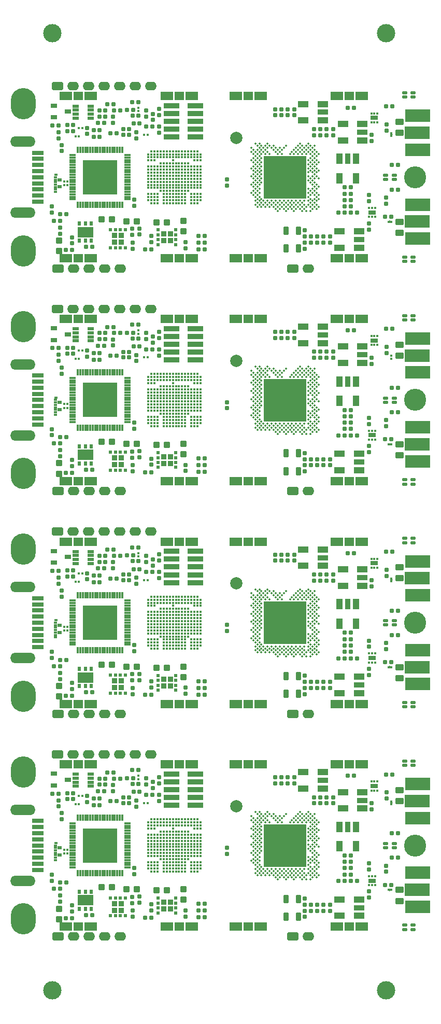
<source format=gts>
G04*
G04 #@! TF.GenerationSoftware,Altium Limited,Altium Designer,19.1.6 (110)*
G04*
G04 Layer_Color=8388736*
%FSLAX44Y44*%
%MOMM*%
G71*
G01*
G75*
%ADD19C,0.3500*%
%ADD67R,7.0000X7.0000*%
%ADD130C,3.0000*%
%ADD131R,4.1000X2.1000*%
G04:AMPARAMS|DCode=132|XSize=0.8mm|YSize=0.5mm|CornerRadius=0.1mm|HoleSize=0mm|Usage=FLASHONLY|Rotation=0.000|XOffset=0mm|YOffset=0mm|HoleType=Round|Shape=RoundedRectangle|*
%AMROUNDEDRECTD132*
21,1,0.8000,0.3000,0,0,0.0*
21,1,0.6000,0.5000,0,0,0.0*
1,1,0.2000,0.3000,-0.1500*
1,1,0.2000,-0.3000,-0.1500*
1,1,0.2000,-0.3000,0.1500*
1,1,0.2000,0.3000,0.1500*
%
%ADD132ROUNDEDRECTD132*%
%ADD133R,0.7000X0.5500*%
%ADD134R,0.4800X0.3100*%
%ADD135R,0.5800X0.3100*%
G04:AMPARAMS|DCode=136|XSize=1.4mm|YSize=1.1mm|CornerRadius=0.175mm|HoleSize=0mm|Usage=FLASHONLY|Rotation=180.000|XOffset=0mm|YOffset=0mm|HoleType=Round|Shape=RoundedRectangle|*
%AMROUNDEDRECTD136*
21,1,1.4000,0.7500,0,0,180.0*
21,1,1.0500,1.1000,0,0,180.0*
1,1,0.3500,-0.5250,0.3750*
1,1,0.3500,0.5250,0.3750*
1,1,0.3500,0.5250,-0.3750*
1,1,0.3500,-0.5250,-0.3750*
%
%ADD136ROUNDEDRECTD136*%
%ADD137R,2.5000X0.8500*%
%ADD138R,0.6000X0.8000*%
%ADD139R,2.6000X1.8000*%
%ADD140C,2.0000*%
%ADD141R,0.3500X0.4500*%
%ADD142R,1.3000X0.8000*%
%ADD143R,2.1000X1.4000*%
%ADD144R,1.5000X1.4000*%
%ADD145R,0.4000X0.4100*%
%ADD146R,1.0000X1.7500*%
%ADD147R,0.8600X1.7500*%
G04:AMPARAMS|DCode=148|XSize=1.1mm|YSize=1mm|CornerRadius=0.1625mm|HoleSize=0mm|Usage=FLASHONLY|Rotation=90.000|XOffset=0mm|YOffset=0mm|HoleType=Round|Shape=RoundedRectangle|*
%AMROUNDEDRECTD148*
21,1,1.1000,0.6750,0,0,90.0*
21,1,0.7750,1.0000,0,0,90.0*
1,1,0.3250,0.3375,0.3875*
1,1,0.3250,0.3375,-0.3875*
1,1,0.3250,-0.3375,-0.3875*
1,1,0.3250,-0.3375,0.3875*
%
%ADD148ROUNDEDRECTD148*%
%ADD149R,0.6000X0.5500*%
%ADD150R,0.9000X0.9000*%
G04:AMPARAMS|DCode=151|XSize=0.7mm|YSize=0.7mm|CornerRadius=0.11mm|HoleSize=0mm|Usage=FLASHONLY|Rotation=180.000|XOffset=0mm|YOffset=0mm|HoleType=Round|Shape=RoundedRectangle|*
%AMROUNDEDRECTD151*
21,1,0.7000,0.4800,0,0,180.0*
21,1,0.4800,0.7000,0,0,180.0*
1,1,0.2200,-0.2400,0.2400*
1,1,0.2200,0.2400,0.2400*
1,1,0.2200,0.2400,-0.2400*
1,1,0.2200,-0.2400,-0.2400*
%
%ADD151ROUNDEDRECTD151*%
%ADD152R,5.6500X5.6500*%
%ADD153R,1.0000X0.3000*%
%ADD154R,0.3000X1.0000*%
%ADD155C,0.3900*%
%ADD156R,1.9000X0.8000*%
%ADD157R,1.1000X0.5000*%
%ADD158R,0.4000X0.4500*%
G04:AMPARAMS|DCode=159|XSize=0.7mm|YSize=1.1mm|CornerRadius=0.125mm|HoleSize=0mm|Usage=FLASHONLY|Rotation=270.000|XOffset=0mm|YOffset=0mm|HoleType=Round|Shape=RoundedRectangle|*
%AMROUNDEDRECTD159*
21,1,0.7000,0.8500,0,0,270.0*
21,1,0.4500,1.1000,0,0,270.0*
1,1,0.2500,-0.4250,-0.2250*
1,1,0.2500,-0.4250,0.2250*
1,1,0.2500,0.4250,0.2250*
1,1,0.2500,0.4250,-0.2250*
%
%ADD159ROUNDEDRECTD159*%
%ADD160R,0.9000X0.9000*%
%ADD161R,0.5500X0.6000*%
G04:AMPARAMS|DCode=162|XSize=0.7mm|YSize=0.7mm|CornerRadius=0.11mm|HoleSize=0mm|Usage=FLASHONLY|Rotation=90.000|XOffset=0mm|YOffset=0mm|HoleType=Round|Shape=RoundedRectangle|*
%AMROUNDEDRECTD162*
21,1,0.7000,0.4800,0,0,90.0*
21,1,0.4800,0.7000,0,0,90.0*
1,1,0.2200,0.2400,0.2400*
1,1,0.2200,0.2400,-0.2400*
1,1,0.2200,-0.2400,-0.2400*
1,1,0.2200,-0.2400,0.2400*
%
%ADD162ROUNDEDRECTD162*%
G04:AMPARAMS|DCode=163|XSize=0.6mm|YSize=0.7mm|CornerRadius=0.1mm|HoleSize=0mm|Usage=FLASHONLY|Rotation=270.000|XOffset=0mm|YOffset=0mm|HoleType=Round|Shape=RoundedRectangle|*
%AMROUNDEDRECTD163*
21,1,0.6000,0.5000,0,0,270.0*
21,1,0.4000,0.7000,0,0,270.0*
1,1,0.2000,-0.2500,-0.2000*
1,1,0.2000,-0.2500,0.2000*
1,1,0.2000,0.2500,0.2000*
1,1,0.2000,0.2500,-0.2000*
%
%ADD163ROUNDEDRECTD163*%
G04:AMPARAMS|DCode=164|XSize=0.6mm|YSize=0.7mm|CornerRadius=0.1mm|HoleSize=0mm|Usage=FLASHONLY|Rotation=0.000|XOffset=0mm|YOffset=0mm|HoleType=Round|Shape=RoundedRectangle|*
%AMROUNDEDRECTD164*
21,1,0.6000,0.5000,0,0,0.0*
21,1,0.4000,0.7000,0,0,0.0*
1,1,0.2000,0.2000,-0.2500*
1,1,0.2000,-0.2000,-0.2500*
1,1,0.2000,-0.2000,0.2500*
1,1,0.2000,0.2000,0.2500*
%
%ADD164ROUNDEDRECTD164*%
G04:AMPARAMS|DCode=165|XSize=1.4mm|YSize=0.9mm|CornerRadius=0.15mm|HoleSize=0mm|Usage=FLASHONLY|Rotation=270.000|XOffset=0mm|YOffset=0mm|HoleType=Round|Shape=RoundedRectangle|*
%AMROUNDEDRECTD165*
21,1,1.4000,0.6000,0,0,270.0*
21,1,1.1000,0.9000,0,0,270.0*
1,1,0.3000,-0.3000,-0.5500*
1,1,0.3000,-0.3000,0.5500*
1,1,0.3000,0.3000,0.5500*
1,1,0.3000,0.3000,-0.5500*
%
%ADD165ROUNDEDRECTD165*%
G04:AMPARAMS|DCode=166|XSize=1.1mm|YSize=1mm|CornerRadius=0.1625mm|HoleSize=0mm|Usage=FLASHONLY|Rotation=0.000|XOffset=0mm|YOffset=0mm|HoleType=Round|Shape=RoundedRectangle|*
%AMROUNDEDRECTD166*
21,1,1.1000,0.6750,0,0,0.0*
21,1,0.7750,1.0000,0,0,0.0*
1,1,0.3250,0.3875,-0.3375*
1,1,0.3250,-0.3875,-0.3375*
1,1,0.3250,-0.3875,0.3375*
1,1,0.3250,0.3875,0.3375*
%
%ADD166ROUNDEDRECTD166*%
%ADD167R,1.7500X1.0000*%
%ADD168R,1.7500X0.8600*%
%ADD169R,0.4100X0.4000*%
%ADD170R,0.4500X0.4000*%
%ADD171O,1.9000X1.4000*%
G04:AMPARAMS|DCode=172|XSize=1.9mm|YSize=1.4mm|CornerRadius=0.375mm|HoleSize=0mm|Usage=FLASHONLY|Rotation=0.000|XOffset=0mm|YOffset=0mm|HoleType=Round|Shape=RoundedRectangle|*
%AMROUNDEDRECTD172*
21,1,1.9000,0.6500,0,0,0.0*
21,1,1.1500,1.4000,0,0,0.0*
1,1,0.7500,0.5750,-0.3250*
1,1,0.7500,-0.5750,-0.3250*
1,1,0.7500,-0.5750,0.3250*
1,1,0.7500,0.5750,0.3250*
%
%ADD172ROUNDEDRECTD172*%
%ADD173O,4.1000X1.7000*%
%ADD174C,3.6000*%
%ADD175O,4.1000X5.1000*%
%ADD176C,0.6000*%
G36*
X628500Y1317350D02*
X624500D01*
Y1317850D01*
X628500D01*
Y1317350D01*
D02*
G37*
G36*
X624750Y1173350D02*
X623000D01*
Y1177350D01*
X624750Y1177350D01*
Y1173350D01*
D02*
G37*
G36*
X88500Y1121350D02*
X84250D01*
Y1125350D01*
X88500D01*
Y1121350D01*
D02*
G37*
G36*
X628500Y953650D02*
X624500D01*
Y954150D01*
X628500D01*
Y953650D01*
D02*
G37*
G36*
X624750Y809650D02*
X623000D01*
Y813650D01*
X624750Y813650D01*
Y809650D01*
D02*
G37*
G36*
X88500Y757650D02*
X84250D01*
Y761650D01*
X88500D01*
Y757650D01*
D02*
G37*
G36*
X628500Y589950D02*
X624500D01*
Y590450D01*
X628500D01*
Y589950D01*
D02*
G37*
G36*
X624750Y445950D02*
X623000D01*
Y449950D01*
X624750Y449950D01*
Y445950D01*
D02*
G37*
G36*
X88500Y393950D02*
X84250D01*
Y397950D01*
X88500D01*
Y393950D01*
D02*
G37*
G36*
X628500Y226250D02*
X624500D01*
Y226750D01*
X628500D01*
Y226250D01*
D02*
G37*
G36*
X624750Y82250D02*
X623000D01*
Y86250D01*
X624750Y86250D01*
Y82250D01*
D02*
G37*
G36*
X88500Y30250D02*
X84250D01*
Y34250D01*
X88500D01*
Y30250D01*
D02*
G37*
D19*
X440610Y101510D02*
D03*
X453930D02*
D03*
X467250D02*
D03*
X480570D02*
D03*
X487230D02*
D03*
X477240Y104839D02*
D03*
X470580D02*
D03*
X463920D02*
D03*
X457260D02*
D03*
X450600D02*
D03*
X443940D02*
D03*
X437280D02*
D03*
X483900D02*
D03*
X493890Y101510D02*
D03*
X487230Y108169D02*
D03*
X427290D02*
D03*
X433950D02*
D03*
X440610D02*
D03*
X447270D02*
D03*
X453930D02*
D03*
X460590D02*
D03*
X467250D02*
D03*
X473910D02*
D03*
X480570D02*
D03*
X430620Y111500D02*
D03*
X437280D02*
D03*
X443940D02*
D03*
X450600D02*
D03*
X457260D02*
D03*
X463920D02*
D03*
X470580D02*
D03*
X477240D02*
D03*
X483900D02*
D03*
X473910Y114830D02*
D03*
X480570D02*
D03*
X467250D02*
D03*
X460590D02*
D03*
X453930D02*
D03*
X447270D02*
D03*
X440610D02*
D03*
X433950D02*
D03*
X427290D02*
D03*
X503880Y118160D02*
D03*
X497220D02*
D03*
X490560D02*
D03*
X483900D02*
D03*
X477240D02*
D03*
X470580D02*
D03*
X463920D02*
D03*
X457260D02*
D03*
X450600D02*
D03*
X443940D02*
D03*
X437280D02*
D03*
X430620D02*
D03*
X423960D02*
D03*
X403980Y111500D02*
D03*
X407310Y108169D02*
D03*
X403980Y118160D02*
D03*
X407310Y114830D02*
D03*
X410640Y111500D02*
D03*
X413970Y108169D02*
D03*
X420630Y114830D02*
D03*
X423960Y111500D02*
D03*
X417300D02*
D03*
X420630Y108169D02*
D03*
X413970Y114830D02*
D03*
X410640Y118160D02*
D03*
X407310Y121489D02*
D03*
X400650Y128150D02*
D03*
X403980Y124820D02*
D03*
X397320Y131480D02*
D03*
X417300Y118160D02*
D03*
X413970Y121490D02*
D03*
X410640Y124820D02*
D03*
X403980Y131480D02*
D03*
X407310Y128150D02*
D03*
X400650Y134810D02*
D03*
X410640Y131480D02*
D03*
X407310Y134810D02*
D03*
X400650Y141470D02*
D03*
X403980Y138140D02*
D03*
X397320Y144800D02*
D03*
X410640Y138140D02*
D03*
X407310Y141470D02*
D03*
X400650Y148130D02*
D03*
X403980Y144800D02*
D03*
X410640Y144800D02*
D03*
X407310Y148130D02*
D03*
X400650Y154790D02*
D03*
X403980Y151460D02*
D03*
X397320Y158120D02*
D03*
X413970Y148130D02*
D03*
X410640Y151460D02*
D03*
X407310Y154790D02*
D03*
X400650Y161450D02*
D03*
X403980Y158120D02*
D03*
X413970Y154790D02*
D03*
X410640Y158120D02*
D03*
X407310Y161450D02*
D03*
X400650Y168110D02*
D03*
X403980Y164780D02*
D03*
X397320Y171440D02*
D03*
X413970Y161450D02*
D03*
X410640Y164780D02*
D03*
X407310Y168110D02*
D03*
X400650Y174770D02*
D03*
X403980Y171440D02*
D03*
X413970Y168110D02*
D03*
X410640Y171440D02*
D03*
X407310Y174770D02*
D03*
X400650Y181430D02*
D03*
X403980Y178100D02*
D03*
X397320Y184760D02*
D03*
X413970Y174770D02*
D03*
X410640Y178100D02*
D03*
X407310Y181430D02*
D03*
X400650Y188090D02*
D03*
X403980Y184760D02*
D03*
X413970Y181430D02*
D03*
X410640Y184760D02*
D03*
X407310Y188090D02*
D03*
X400650Y194750D02*
D03*
X403980Y191420D02*
D03*
X397320Y198080D02*
D03*
X413970Y188090D02*
D03*
X410640Y191420D02*
D03*
X407310Y194750D02*
D03*
X400650Y201410D02*
D03*
X403980Y198080D02*
D03*
X397320Y204740D02*
D03*
X413970Y194750D02*
D03*
X410640Y198080D02*
D03*
X407310Y201410D02*
D03*
X420630Y194750D02*
D03*
X417300Y198080D02*
D03*
X413970Y201410D02*
D03*
X407310Y208070D02*
D03*
X410640Y204740D02*
D03*
X403980Y211400D02*
D03*
X410640D02*
D03*
X417300Y204740D02*
D03*
X413970Y208070D02*
D03*
X420630Y201410D02*
D03*
X423960Y198080D02*
D03*
X427290Y194750D02*
D03*
X423960Y204740D02*
D03*
X420630Y208070D02*
D03*
X423960Y211400D02*
D03*
X427290Y208070D02*
D03*
X443940Y204740D02*
D03*
X430620D02*
D03*
X433950Y208070D02*
D03*
Y201410D02*
D03*
X437280Y204740D02*
D03*
X440610Y201410D02*
D03*
X437280Y198080D02*
D03*
X453930Y208070D02*
D03*
X450600Y204740D02*
D03*
X447270Y201410D02*
D03*
X443940Y198080D02*
D03*
X440610Y194750D02*
D03*
X447270D02*
D03*
X500550Y208070D02*
D03*
X493890Y108170D02*
D03*
X490560Y111500D02*
D03*
X497220Y104840D02*
D03*
X503880D02*
D03*
X493890Y114830D02*
D03*
X500550Y108170D02*
D03*
X497220Y111500D02*
D03*
X503880D02*
D03*
X507210Y108170D02*
D03*
X493890Y121490D02*
D03*
X490560Y124820D02*
D03*
X500550Y114830D02*
D03*
X493890Y128150D02*
D03*
X490560Y131480D02*
D03*
X500550Y121490D02*
D03*
X503880Y124820D02*
D03*
X507210Y121490D02*
D03*
X493890Y134810D02*
D03*
X490560Y138140D02*
D03*
X500550Y128150D02*
D03*
X497220Y131480D02*
D03*
X503880D02*
D03*
X507210Y128150D02*
D03*
X500550Y134810D02*
D03*
X497220Y138140D02*
D03*
X503880D02*
D03*
X493890Y148130D02*
D03*
X490560Y151460D02*
D03*
X500550Y141470D02*
D03*
X497220Y144800D02*
D03*
X503880D02*
D03*
X507210Y141470D02*
D03*
X493890Y154790D02*
D03*
X490560Y158120D02*
D03*
X500550Y148130D02*
D03*
X497220Y151460D02*
D03*
Y158120D02*
D03*
X500550Y154790D02*
D03*
X490560Y164780D02*
D03*
X497220D02*
D03*
X500550Y161450D02*
D03*
X490560Y171440D02*
D03*
X493890Y168110D02*
D03*
X507210Y154790D02*
D03*
X503880Y158120D02*
D03*
X493890Y174770D02*
D03*
X497220Y171440D02*
D03*
X490560Y178100D02*
D03*
X503880Y164780D02*
D03*
X500550Y168110D02*
D03*
X503880Y171440D02*
D03*
X507210Y168110D02*
D03*
X460590Y194750D02*
D03*
X463920Y198080D02*
D03*
X467250Y194750D02*
D03*
X473910D02*
D03*
X467250Y201410D02*
D03*
X470580Y198080D02*
D03*
X473910Y201410D02*
D03*
X470580Y204740D02*
D03*
X480570Y194750D02*
D03*
X477240Y198080D02*
D03*
X493890Y181430D02*
D03*
X490560Y184760D02*
D03*
X500550Y174770D02*
D03*
X497220Y178100D02*
D03*
X503880Y184760D02*
D03*
X507210Y181430D02*
D03*
X500550D02*
D03*
X503880Y178100D02*
D03*
X480570Y208070D02*
D03*
X477240Y211400D02*
D03*
Y204740D02*
D03*
X473910Y208070D02*
D03*
X493890Y188090D02*
D03*
X497220Y184760D02*
D03*
X487230Y194750D02*
D03*
X480570Y201410D02*
D03*
X483900Y198080D02*
D03*
X500550Y188090D02*
D03*
X497220Y191420D02*
D03*
X490560Y198080D02*
D03*
X493890Y194750D02*
D03*
X483900Y204740D02*
D03*
X487230Y201410D02*
D03*
X490560Y204740D02*
D03*
X487230Y208070D02*
D03*
X497220Y198080D02*
D03*
X493890Y201410D02*
D03*
X500550Y194750D02*
D03*
X503880Y191420D02*
D03*
X507210Y194750D02*
D03*
X503880Y198080D02*
D03*
X500550Y201410D02*
D03*
X497220Y204740D02*
D03*
X493890Y208070D02*
D03*
X490560Y211400D02*
D03*
X440610Y465210D02*
D03*
X453930D02*
D03*
X467250D02*
D03*
X480570D02*
D03*
X487230D02*
D03*
X477240Y468540D02*
D03*
X470580D02*
D03*
X463920D02*
D03*
X457260D02*
D03*
X450600D02*
D03*
X443940D02*
D03*
X437280D02*
D03*
X483900D02*
D03*
X493890Y465210D02*
D03*
X487230Y471870D02*
D03*
X427290D02*
D03*
X433950D02*
D03*
X440610D02*
D03*
X447270D02*
D03*
X453930D02*
D03*
X460590D02*
D03*
X467250D02*
D03*
X473910D02*
D03*
X480570D02*
D03*
X430620Y475200D02*
D03*
X437280D02*
D03*
X443940D02*
D03*
X450600D02*
D03*
X457260D02*
D03*
X463920D02*
D03*
X470580D02*
D03*
X477240D02*
D03*
X483900D02*
D03*
X473910Y478530D02*
D03*
X480570D02*
D03*
X467250D02*
D03*
X460590D02*
D03*
X453930D02*
D03*
X447270D02*
D03*
X440610D02*
D03*
X433950D02*
D03*
X427290D02*
D03*
X503880Y481860D02*
D03*
X497220D02*
D03*
X490560D02*
D03*
X483900D02*
D03*
X477240D02*
D03*
X470580D02*
D03*
X463920D02*
D03*
X457260D02*
D03*
X450600D02*
D03*
X443940D02*
D03*
X437280D02*
D03*
X430620D02*
D03*
X423960D02*
D03*
X403980Y475200D02*
D03*
X407310Y471870D02*
D03*
X403980Y481860D02*
D03*
X407310Y478530D02*
D03*
X410640Y475200D02*
D03*
X413970Y471870D02*
D03*
X420630Y478530D02*
D03*
X423960Y475200D02*
D03*
X417300D02*
D03*
X420630Y471870D02*
D03*
X413970Y478530D02*
D03*
X410640Y481860D02*
D03*
X407310Y485190D02*
D03*
X400650Y491850D02*
D03*
X403980Y488520D02*
D03*
X397320Y495180D02*
D03*
X417300Y481860D02*
D03*
X413970Y485190D02*
D03*
X410640Y488520D02*
D03*
X403980Y495180D02*
D03*
X407310Y491850D02*
D03*
X400650Y498510D02*
D03*
X410640Y495180D02*
D03*
X407310Y498510D02*
D03*
X400650Y505170D02*
D03*
X403980Y501840D02*
D03*
X397320Y508500D02*
D03*
X410640Y501840D02*
D03*
X407310Y505170D02*
D03*
X400650Y511830D02*
D03*
X403980Y508500D02*
D03*
X410640Y508500D02*
D03*
X407310Y511830D02*
D03*
X400650Y518490D02*
D03*
X403980Y515160D02*
D03*
X397320Y521820D02*
D03*
X413970Y511830D02*
D03*
X410640Y515160D02*
D03*
X407310Y518490D02*
D03*
X400650Y525150D02*
D03*
X403980Y521820D02*
D03*
X413970Y518490D02*
D03*
X410640Y521820D02*
D03*
X407310Y525150D02*
D03*
X400650Y531810D02*
D03*
X403980Y528480D02*
D03*
X397320Y535140D02*
D03*
X413970Y525150D02*
D03*
X410640Y528480D02*
D03*
X407310Y531810D02*
D03*
X400650Y538470D02*
D03*
X403980Y535140D02*
D03*
X413970Y531810D02*
D03*
X410640Y535140D02*
D03*
X407310Y538470D02*
D03*
X400650Y545130D02*
D03*
X403980Y541800D02*
D03*
X397320Y548460D02*
D03*
X413970Y538470D02*
D03*
X410640Y541800D02*
D03*
X407310Y545130D02*
D03*
X400650Y551790D02*
D03*
X403980Y548460D02*
D03*
X413970Y545130D02*
D03*
X410640Y548460D02*
D03*
X407310Y551790D02*
D03*
X400650Y558450D02*
D03*
X403980Y555120D02*
D03*
X397320Y561780D02*
D03*
X413970Y551790D02*
D03*
X410640Y555120D02*
D03*
X407310Y558450D02*
D03*
X400650Y565110D02*
D03*
X403980Y561780D02*
D03*
X397320Y568440D02*
D03*
X413970Y558450D02*
D03*
X410640Y561780D02*
D03*
X407310Y565110D02*
D03*
X420630Y558450D02*
D03*
X417300Y561780D02*
D03*
X413970Y565110D02*
D03*
X407310Y571770D02*
D03*
X410640Y568440D02*
D03*
X403980Y575100D02*
D03*
X410640D02*
D03*
X417300Y568440D02*
D03*
X413970Y571770D02*
D03*
X420630Y565110D02*
D03*
X423960Y561780D02*
D03*
X427290Y558450D02*
D03*
X423960Y568440D02*
D03*
X420630Y571770D02*
D03*
X423960Y575100D02*
D03*
X427290Y571770D02*
D03*
X443940Y568440D02*
D03*
X430620D02*
D03*
X433950Y571770D02*
D03*
Y565110D02*
D03*
X437280Y568440D02*
D03*
X440610Y565110D02*
D03*
X437280Y561780D02*
D03*
X453930Y571770D02*
D03*
X450600Y568440D02*
D03*
X447270Y565110D02*
D03*
X443940Y561780D02*
D03*
X440610Y558450D02*
D03*
X447270D02*
D03*
X500550Y571770D02*
D03*
X493890Y471870D02*
D03*
X490560Y475200D02*
D03*
X497220Y468540D02*
D03*
X503880D02*
D03*
X493890Y478530D02*
D03*
X500550Y471870D02*
D03*
X497220Y475200D02*
D03*
X503880D02*
D03*
X507210Y471870D02*
D03*
X493890Y485190D02*
D03*
X490560Y488520D02*
D03*
X500550Y478530D02*
D03*
X493890Y491850D02*
D03*
X490560Y495180D02*
D03*
X500550Y485190D02*
D03*
X503880Y488520D02*
D03*
X507210Y485190D02*
D03*
X493890Y498510D02*
D03*
X490560Y501840D02*
D03*
X500550Y491850D02*
D03*
X497220Y495180D02*
D03*
X503880D02*
D03*
X507210Y491850D02*
D03*
X500550Y498510D02*
D03*
X497220Y501840D02*
D03*
X503880D02*
D03*
X493890Y511830D02*
D03*
X490560Y515160D02*
D03*
X500550Y505170D02*
D03*
X497220Y508500D02*
D03*
X503880D02*
D03*
X507210Y505170D02*
D03*
X493890Y518490D02*
D03*
X490560Y521820D02*
D03*
X500550Y511830D02*
D03*
X497220Y515160D02*
D03*
Y521820D02*
D03*
X500550Y518490D02*
D03*
X490560Y528480D02*
D03*
X497220D02*
D03*
X500550Y525150D02*
D03*
X490560Y535140D02*
D03*
X493890Y531810D02*
D03*
X507210Y518490D02*
D03*
X503880Y521820D02*
D03*
X493890Y538470D02*
D03*
X497220Y535140D02*
D03*
X490560Y541800D02*
D03*
X503880Y528480D02*
D03*
X500550Y531810D02*
D03*
X503880Y535140D02*
D03*
X507210Y531810D02*
D03*
X460590Y558450D02*
D03*
X463920Y561780D02*
D03*
X467250Y558450D02*
D03*
X473910D02*
D03*
X467250Y565110D02*
D03*
X470580Y561780D02*
D03*
X473910Y565110D02*
D03*
X470580Y568440D02*
D03*
X480570Y558450D02*
D03*
X477240Y561780D02*
D03*
X493890Y545130D02*
D03*
X490560Y548460D02*
D03*
X500550Y538470D02*
D03*
X497220Y541800D02*
D03*
X503880Y548460D02*
D03*
X507210Y545130D02*
D03*
X500550D02*
D03*
X503880Y541800D02*
D03*
X480570Y571770D02*
D03*
X477240Y575100D02*
D03*
Y568440D02*
D03*
X473910Y571770D02*
D03*
X493890Y551790D02*
D03*
X497220Y548460D02*
D03*
X487230Y558450D02*
D03*
X480570Y565110D02*
D03*
X483900Y561780D02*
D03*
X500550Y551790D02*
D03*
X497220Y555120D02*
D03*
X490560Y561780D02*
D03*
X493890Y558450D02*
D03*
X483900Y568440D02*
D03*
X487230Y565110D02*
D03*
X490560Y568440D02*
D03*
X487230Y571770D02*
D03*
X497220Y561780D02*
D03*
X493890Y565110D02*
D03*
X500550Y558450D02*
D03*
X503880Y555120D02*
D03*
X507210Y558450D02*
D03*
X503880Y561780D02*
D03*
X500550Y565110D02*
D03*
X497220Y568440D02*
D03*
X493890Y571770D02*
D03*
X490560Y575100D02*
D03*
X440610Y828910D02*
D03*
X453930D02*
D03*
X467250D02*
D03*
X480570D02*
D03*
X487230D02*
D03*
X477240Y832240D02*
D03*
X470580D02*
D03*
X463920D02*
D03*
X457260D02*
D03*
X450600D02*
D03*
X443940D02*
D03*
X437280D02*
D03*
X483900D02*
D03*
X493890Y828910D02*
D03*
X487230Y835570D02*
D03*
X427290D02*
D03*
X433950D02*
D03*
X440610D02*
D03*
X447270D02*
D03*
X453930D02*
D03*
X460590D02*
D03*
X467250D02*
D03*
X473910D02*
D03*
X480570D02*
D03*
X430620Y838900D02*
D03*
X437280D02*
D03*
X443940D02*
D03*
X450600D02*
D03*
X457260D02*
D03*
X463920D02*
D03*
X470580D02*
D03*
X477240D02*
D03*
X483900D02*
D03*
X473910Y842230D02*
D03*
X480570D02*
D03*
X467250D02*
D03*
X460590D02*
D03*
X453930D02*
D03*
X447270D02*
D03*
X440610D02*
D03*
X433950D02*
D03*
X427290D02*
D03*
X503880Y845560D02*
D03*
X497220D02*
D03*
X490560D02*
D03*
X483900D02*
D03*
X477240D02*
D03*
X470580D02*
D03*
X463920D02*
D03*
X457260D02*
D03*
X450600D02*
D03*
X443940D02*
D03*
X437280D02*
D03*
X430620D02*
D03*
X423960D02*
D03*
X403980Y838900D02*
D03*
X407310Y835570D02*
D03*
X403980Y845560D02*
D03*
X407310Y842230D02*
D03*
X410640Y838900D02*
D03*
X413970Y835570D02*
D03*
X420630Y842230D02*
D03*
X423960Y838900D02*
D03*
X417300D02*
D03*
X420630Y835570D02*
D03*
X413970Y842230D02*
D03*
X410640Y845560D02*
D03*
X407310Y848890D02*
D03*
X400650Y855550D02*
D03*
X403980Y852220D02*
D03*
X397320Y858880D02*
D03*
X417300Y845560D02*
D03*
X413970Y848890D02*
D03*
X410640Y852220D02*
D03*
X403980Y858880D02*
D03*
X407310Y855550D02*
D03*
X400650Y862210D02*
D03*
X410640Y858880D02*
D03*
X407310Y862210D02*
D03*
X400650Y868870D02*
D03*
X403980Y865540D02*
D03*
X397320Y872200D02*
D03*
X410640Y865540D02*
D03*
X407310Y868870D02*
D03*
X400650Y875530D02*
D03*
X403980Y872200D02*
D03*
X410640Y872200D02*
D03*
X407310Y875530D02*
D03*
X400650Y882190D02*
D03*
X403980Y878860D02*
D03*
X397320Y885520D02*
D03*
X413970Y875530D02*
D03*
X410640Y878860D02*
D03*
X407310Y882190D02*
D03*
X400650Y888850D02*
D03*
X403980Y885520D02*
D03*
X413970Y882190D02*
D03*
X410640Y885520D02*
D03*
X407310Y888850D02*
D03*
X400650Y895510D02*
D03*
X403980Y892180D02*
D03*
X397320Y898840D02*
D03*
X413970Y888850D02*
D03*
X410640Y892180D02*
D03*
X407310Y895510D02*
D03*
X400650Y902170D02*
D03*
X403980Y898840D02*
D03*
X413970Y895510D02*
D03*
X410640Y898840D02*
D03*
X407310Y902170D02*
D03*
X400650Y908830D02*
D03*
X403980Y905500D02*
D03*
X397320Y912160D02*
D03*
X413970Y902170D02*
D03*
X410640Y905500D02*
D03*
X407310Y908830D02*
D03*
X400650Y915490D02*
D03*
X403980Y912160D02*
D03*
X413970Y908830D02*
D03*
X410640Y912160D02*
D03*
X407310Y915490D02*
D03*
X400650Y922150D02*
D03*
X403980Y918820D02*
D03*
X397320Y925480D02*
D03*
X413970Y915490D02*
D03*
X410640Y918820D02*
D03*
X407310Y922150D02*
D03*
X400650Y928810D02*
D03*
X403980Y925480D02*
D03*
X397320Y932140D02*
D03*
X413970Y922150D02*
D03*
X410640Y925480D02*
D03*
X407310Y928810D02*
D03*
X420630Y922150D02*
D03*
X417300Y925480D02*
D03*
X413970Y928810D02*
D03*
X407310Y935470D02*
D03*
X410640Y932140D02*
D03*
X403980Y938800D02*
D03*
X410640D02*
D03*
X417300Y932140D02*
D03*
X413970Y935470D02*
D03*
X420630Y928810D02*
D03*
X423960Y925480D02*
D03*
X427290Y922150D02*
D03*
X423960Y932140D02*
D03*
X420630Y935470D02*
D03*
X423960Y938800D02*
D03*
X427290Y935470D02*
D03*
X443940Y932140D02*
D03*
X430620D02*
D03*
X433950Y935470D02*
D03*
Y928810D02*
D03*
X437280Y932140D02*
D03*
X440610Y928810D02*
D03*
X437280Y925480D02*
D03*
X453930Y935470D02*
D03*
X450600Y932140D02*
D03*
X447270Y928810D02*
D03*
X443940Y925480D02*
D03*
X440610Y922150D02*
D03*
X447270D02*
D03*
X500550Y935470D02*
D03*
X493890Y835570D02*
D03*
X490560Y838900D02*
D03*
X497220Y832240D02*
D03*
X503880D02*
D03*
X493890Y842230D02*
D03*
X500550Y835570D02*
D03*
X497220Y838900D02*
D03*
X503880D02*
D03*
X507210Y835570D02*
D03*
X493890Y848890D02*
D03*
X490560Y852220D02*
D03*
X500550Y842230D02*
D03*
X493890Y855550D02*
D03*
X490560Y858880D02*
D03*
X500550Y848890D02*
D03*
X503880Y852220D02*
D03*
X507210Y848890D02*
D03*
X493890Y862210D02*
D03*
X490560Y865540D02*
D03*
X500550Y855550D02*
D03*
X497220Y858880D02*
D03*
X503880D02*
D03*
X507210Y855550D02*
D03*
X500550Y862210D02*
D03*
X497220Y865540D02*
D03*
X503880D02*
D03*
X493890Y875530D02*
D03*
X490560Y878860D02*
D03*
X500550Y868870D02*
D03*
X497220Y872200D02*
D03*
X503880D02*
D03*
X507210Y868870D02*
D03*
X493890Y882190D02*
D03*
X490560Y885520D02*
D03*
X500550Y875530D02*
D03*
X497220Y878860D02*
D03*
Y885520D02*
D03*
X500550Y882190D02*
D03*
X490560Y892180D02*
D03*
X497220D02*
D03*
X500550Y888850D02*
D03*
X490560Y898840D02*
D03*
X493890Y895510D02*
D03*
X507210Y882190D02*
D03*
X503880Y885520D02*
D03*
X493890Y902170D02*
D03*
X497220Y898840D02*
D03*
X490560Y905500D02*
D03*
X503880Y892180D02*
D03*
X500550Y895510D02*
D03*
X503880Y898840D02*
D03*
X507210Y895510D02*
D03*
X460590Y922150D02*
D03*
X463920Y925480D02*
D03*
X467250Y922150D02*
D03*
X473910D02*
D03*
X467250Y928810D02*
D03*
X470580Y925480D02*
D03*
X473910Y928810D02*
D03*
X470580Y932140D02*
D03*
X480570Y922150D02*
D03*
X477240Y925480D02*
D03*
X493890Y908830D02*
D03*
X490560Y912160D02*
D03*
X500550Y902170D02*
D03*
X497220Y905500D02*
D03*
X503880Y912160D02*
D03*
X507210Y908830D02*
D03*
X500550D02*
D03*
X503880Y905500D02*
D03*
X480570Y935470D02*
D03*
X477240Y938800D02*
D03*
Y932140D02*
D03*
X473910Y935470D02*
D03*
X493890Y915490D02*
D03*
X497220Y912160D02*
D03*
X487230Y922150D02*
D03*
X480570Y928810D02*
D03*
X483900Y925480D02*
D03*
X500550Y915490D02*
D03*
X497220Y918820D02*
D03*
X490560Y925480D02*
D03*
X493890Y922150D02*
D03*
X483900Y932140D02*
D03*
X487230Y928810D02*
D03*
X490560Y932140D02*
D03*
X487230Y935470D02*
D03*
X497220Y925480D02*
D03*
X493890Y928810D02*
D03*
X500550Y922150D02*
D03*
X503880Y918820D02*
D03*
X507210Y922150D02*
D03*
X503880Y925480D02*
D03*
X500550Y928810D02*
D03*
X497220Y932140D02*
D03*
X493890Y935470D02*
D03*
X490560Y938800D02*
D03*
X440610Y1192610D02*
D03*
X453930D02*
D03*
X467250D02*
D03*
X480570D02*
D03*
X487230D02*
D03*
X477240Y1195940D02*
D03*
X470580D02*
D03*
X463920D02*
D03*
X457260D02*
D03*
X450600D02*
D03*
X443940D02*
D03*
X437280D02*
D03*
X483900D02*
D03*
X493890Y1192610D02*
D03*
X487230Y1199270D02*
D03*
X427290D02*
D03*
X433950D02*
D03*
X440610D02*
D03*
X447270D02*
D03*
X453930D02*
D03*
X460590D02*
D03*
X467250D02*
D03*
X473910D02*
D03*
X480570D02*
D03*
X430620Y1202600D02*
D03*
X437280D02*
D03*
X443940D02*
D03*
X450600D02*
D03*
X457260D02*
D03*
X463920D02*
D03*
X470580D02*
D03*
X477240D02*
D03*
X483900D02*
D03*
X473910Y1205930D02*
D03*
X480570D02*
D03*
X467250D02*
D03*
X460590D02*
D03*
X453930D02*
D03*
X447270D02*
D03*
X440610D02*
D03*
X433950D02*
D03*
X427290D02*
D03*
X503880Y1209260D02*
D03*
X497220D02*
D03*
X490560D02*
D03*
X483900D02*
D03*
X477240D02*
D03*
X470580D02*
D03*
X463920D02*
D03*
X457260D02*
D03*
X450600D02*
D03*
X443940D02*
D03*
X437280D02*
D03*
X430620D02*
D03*
X423960D02*
D03*
X403980Y1202600D02*
D03*
X407310Y1199270D02*
D03*
X403980Y1209260D02*
D03*
X407310Y1205930D02*
D03*
X410640Y1202600D02*
D03*
X413970Y1199270D02*
D03*
X420630Y1205930D02*
D03*
X423960Y1202600D02*
D03*
X417300D02*
D03*
X420630Y1199270D02*
D03*
X413970Y1205930D02*
D03*
X410640Y1209260D02*
D03*
X407310Y1212590D02*
D03*
X400650Y1219250D02*
D03*
X403980Y1215920D02*
D03*
X397320Y1222580D02*
D03*
X417300Y1209260D02*
D03*
X413970Y1212590D02*
D03*
X410640Y1215920D02*
D03*
X403980Y1222580D02*
D03*
X407310Y1219250D02*
D03*
X400650Y1225910D02*
D03*
X410640Y1222580D02*
D03*
X407310Y1225910D02*
D03*
X400650Y1232570D02*
D03*
X403980Y1229240D02*
D03*
X397320Y1235900D02*
D03*
X410640Y1229240D02*
D03*
X407310Y1232570D02*
D03*
X400650Y1239230D02*
D03*
X403980Y1235900D02*
D03*
X410640Y1235900D02*
D03*
X407310Y1239230D02*
D03*
X400650Y1245890D02*
D03*
X403980Y1242560D02*
D03*
X397320Y1249220D02*
D03*
X413970Y1239230D02*
D03*
X410640Y1242560D02*
D03*
X407310Y1245890D02*
D03*
X400650Y1252550D02*
D03*
X403980Y1249220D02*
D03*
X413970Y1245890D02*
D03*
X410640Y1249220D02*
D03*
X407310Y1252550D02*
D03*
X400650Y1259210D02*
D03*
X403980Y1255880D02*
D03*
X397320Y1262540D02*
D03*
X413970Y1252550D02*
D03*
X410640Y1255880D02*
D03*
X407310Y1259210D02*
D03*
X400650Y1265870D02*
D03*
X403980Y1262540D02*
D03*
X413970Y1259210D02*
D03*
X410640Y1262540D02*
D03*
X407310Y1265870D02*
D03*
X400650Y1272530D02*
D03*
X403980Y1269200D02*
D03*
X397320Y1275860D02*
D03*
X413970Y1265870D02*
D03*
X410640Y1269200D02*
D03*
X407310Y1272530D02*
D03*
X400650Y1279190D02*
D03*
X403980Y1275860D02*
D03*
X413970Y1272530D02*
D03*
X410640Y1275860D02*
D03*
X407310Y1279190D02*
D03*
X400650Y1285850D02*
D03*
X403980Y1282520D02*
D03*
X397320Y1289180D02*
D03*
X413970Y1279190D02*
D03*
X410640Y1282520D02*
D03*
X407310Y1285850D02*
D03*
X400650Y1292510D02*
D03*
X403980Y1289180D02*
D03*
X397320Y1295840D02*
D03*
X413970Y1285850D02*
D03*
X410640Y1289180D02*
D03*
X407310Y1292510D02*
D03*
X420630Y1285850D02*
D03*
X417300Y1289180D02*
D03*
X413970Y1292510D02*
D03*
X407310Y1299170D02*
D03*
X410640Y1295840D02*
D03*
X403980Y1302500D02*
D03*
X410640D02*
D03*
X417300Y1295840D02*
D03*
X413970Y1299170D02*
D03*
X420630Y1292510D02*
D03*
X423960Y1289180D02*
D03*
X427290Y1285850D02*
D03*
X423960Y1295840D02*
D03*
X420630Y1299170D02*
D03*
X423960Y1302500D02*
D03*
X427290Y1299170D02*
D03*
X443940Y1295840D02*
D03*
X430620D02*
D03*
X433950Y1299170D02*
D03*
Y1292510D02*
D03*
X437280Y1295840D02*
D03*
X440610Y1292510D02*
D03*
X437280Y1289180D02*
D03*
X453930Y1299170D02*
D03*
X450600Y1295840D02*
D03*
X447270Y1292510D02*
D03*
X443940Y1289180D02*
D03*
X440610Y1285850D02*
D03*
X447270D02*
D03*
X500550Y1299170D02*
D03*
X493890Y1199270D02*
D03*
X490560Y1202600D02*
D03*
X497220Y1195940D02*
D03*
X503880D02*
D03*
X493890Y1205930D02*
D03*
X500550Y1199270D02*
D03*
X497220Y1202600D02*
D03*
X503880D02*
D03*
X507210Y1199270D02*
D03*
X493890Y1212590D02*
D03*
X490560Y1215920D02*
D03*
X500550Y1205930D02*
D03*
X493890Y1219250D02*
D03*
X490560Y1222580D02*
D03*
X500550Y1212590D02*
D03*
X503880Y1215920D02*
D03*
X507210Y1212590D02*
D03*
X493890Y1225910D02*
D03*
X490560Y1229240D02*
D03*
X500550Y1219250D02*
D03*
X497220Y1222580D02*
D03*
X503880D02*
D03*
X507210Y1219250D02*
D03*
X500550Y1225910D02*
D03*
X497220Y1229240D02*
D03*
X503880D02*
D03*
X493890Y1239230D02*
D03*
X490560Y1242560D02*
D03*
X500550Y1232570D02*
D03*
X497220Y1235900D02*
D03*
X503880D02*
D03*
X507210Y1232570D02*
D03*
X493890Y1245890D02*
D03*
X490560Y1249220D02*
D03*
X500550Y1239230D02*
D03*
X497220Y1242560D02*
D03*
Y1249220D02*
D03*
X500550Y1245890D02*
D03*
X490560Y1255880D02*
D03*
X497220D02*
D03*
X500550Y1252550D02*
D03*
X490560Y1262540D02*
D03*
X493890Y1259210D02*
D03*
X507210Y1245890D02*
D03*
X503880Y1249220D02*
D03*
X493890Y1265870D02*
D03*
X497220Y1262540D02*
D03*
X490560Y1269200D02*
D03*
X503880Y1255880D02*
D03*
X500550Y1259210D02*
D03*
X503880Y1262540D02*
D03*
X507210Y1259210D02*
D03*
X460590Y1285850D02*
D03*
X463920Y1289180D02*
D03*
X467250Y1285850D02*
D03*
X473910D02*
D03*
X467250Y1292510D02*
D03*
X470580Y1289180D02*
D03*
X473910Y1292510D02*
D03*
X470580Y1295840D02*
D03*
X480570Y1285850D02*
D03*
X477240Y1289180D02*
D03*
X493890Y1272530D02*
D03*
X490560Y1275860D02*
D03*
X500550Y1265870D02*
D03*
X497220Y1269200D02*
D03*
X503880Y1275860D02*
D03*
X507210Y1272530D02*
D03*
X500550D02*
D03*
X503880Y1269200D02*
D03*
X480570Y1299170D02*
D03*
X477240Y1302500D02*
D03*
Y1295840D02*
D03*
X473910Y1299170D02*
D03*
X493890Y1279190D02*
D03*
X497220Y1275860D02*
D03*
X487230Y1285850D02*
D03*
X480570Y1292510D02*
D03*
X483900Y1289180D02*
D03*
X500550Y1279190D02*
D03*
X497220Y1282520D02*
D03*
X490560Y1289180D02*
D03*
X493890Y1285850D02*
D03*
X483900Y1295840D02*
D03*
X487230Y1292510D02*
D03*
X490560Y1295840D02*
D03*
X487230Y1299170D02*
D03*
X497220Y1289180D02*
D03*
X493890Y1292510D02*
D03*
X500550Y1285850D02*
D03*
X503880Y1282520D02*
D03*
X507210Y1285850D02*
D03*
X503880Y1289180D02*
D03*
X500550Y1292510D02*
D03*
X497220Y1295840D02*
D03*
X493890Y1299170D02*
D03*
X490560Y1302500D02*
D03*
D67*
X452160Y156410D02*
D03*
Y520110D02*
D03*
Y883810D02*
D03*
Y1247510D02*
D03*
D130*
X71999Y1482800D02*
D03*
X617999D02*
D03*
X618000Y-80000D02*
D03*
X72000D02*
D03*
D131*
X669450Y112075D02*
D03*
Y56675D02*
D03*
X668450Y84375D02*
D03*
X669450Y257075D02*
D03*
Y201675D02*
D03*
X668450Y229375D02*
D03*
X669450Y475775D02*
D03*
Y420375D02*
D03*
X668450Y448075D02*
D03*
X669450Y620775D02*
D03*
Y565375D02*
D03*
X668450Y593075D02*
D03*
X669450Y839475D02*
D03*
Y784075D02*
D03*
X668450Y811775D02*
D03*
X669450Y984475D02*
D03*
Y929075D02*
D03*
X668450Y956775D02*
D03*
X669450Y1203175D02*
D03*
Y1147775D02*
D03*
X668450Y1175475D02*
D03*
X669450Y1348175D02*
D03*
Y1292775D02*
D03*
X668450Y1320475D02*
D03*
D132*
X616903Y160100D02*
D03*
X630902D02*
D03*
X630902Y153100D02*
D03*
X616903D02*
D03*
X662000Y26500D02*
D03*
X648000D02*
D03*
X648000Y19500D02*
D03*
X662000D02*
D03*
Y287500D02*
D03*
X648000D02*
D03*
X648000Y294500D02*
D03*
X662000D02*
D03*
X616903Y523800D02*
D03*
X630902D02*
D03*
X630902Y516800D02*
D03*
X616903D02*
D03*
X662000Y390200D02*
D03*
X648000D02*
D03*
X648000Y383200D02*
D03*
X662000D02*
D03*
Y651200D02*
D03*
X648000D02*
D03*
X648000Y658200D02*
D03*
X662000D02*
D03*
X616903Y887500D02*
D03*
X630902D02*
D03*
X630902Y880500D02*
D03*
X616903D02*
D03*
X662000Y753900D02*
D03*
X648000D02*
D03*
X648000Y746900D02*
D03*
X662000D02*
D03*
Y1014900D02*
D03*
X648000D02*
D03*
X648000Y1021900D02*
D03*
X662000D02*
D03*
X616903Y1251200D02*
D03*
X630902D02*
D03*
X630902Y1244200D02*
D03*
X616903D02*
D03*
X662000Y1117600D02*
D03*
X648000D02*
D03*
X648000Y1110600D02*
D03*
X662000D02*
D03*
Y1378600D02*
D03*
X648000D02*
D03*
X648000Y1385600D02*
D03*
X662000D02*
D03*
D133*
X84175Y141050D02*
D03*
Y152650D02*
D03*
Y504750D02*
D03*
Y516350D02*
D03*
Y868450D02*
D03*
Y880050D02*
D03*
Y1232150D02*
D03*
Y1243750D02*
D03*
D134*
X77425Y132850D02*
D03*
Y136850D02*
D03*
Y140850D02*
D03*
Y144850D02*
D03*
Y148850D02*
D03*
Y152850D02*
D03*
Y156850D02*
D03*
Y496550D02*
D03*
Y500550D02*
D03*
Y504550D02*
D03*
Y508550D02*
D03*
Y512550D02*
D03*
Y516550D02*
D03*
Y520550D02*
D03*
Y860250D02*
D03*
Y864250D02*
D03*
Y868250D02*
D03*
Y872250D02*
D03*
Y876250D02*
D03*
Y880250D02*
D03*
Y884250D02*
D03*
Y1223950D02*
D03*
Y1227950D02*
D03*
Y1231950D02*
D03*
Y1235950D02*
D03*
Y1239950D02*
D03*
Y1243950D02*
D03*
Y1247950D02*
D03*
D135*
X77925Y160850D02*
D03*
Y524550D02*
D03*
Y888250D02*
D03*
Y1251950D02*
D03*
D136*
X639500Y247250D02*
D03*
Y229250D02*
D03*
Y84250D02*
D03*
Y66250D02*
D03*
Y610950D02*
D03*
Y592950D02*
D03*
Y447950D02*
D03*
Y429950D02*
D03*
Y974650D02*
D03*
Y956650D02*
D03*
Y811650D02*
D03*
Y793650D02*
D03*
Y1338350D02*
D03*
Y1320350D02*
D03*
Y1175350D02*
D03*
Y1157350D02*
D03*
D137*
X267000Y273350D02*
D03*
X306000Y273350D02*
D03*
X267000Y260600D02*
D03*
X306000D02*
D03*
X267000Y247850D02*
D03*
X306000Y247850D02*
D03*
X267000Y235100D02*
D03*
X306000Y235100D02*
D03*
X267000Y222350D02*
D03*
X306000Y222350D02*
D03*
X267000Y637050D02*
D03*
X306000Y637050D02*
D03*
X267000Y624300D02*
D03*
X306000D02*
D03*
X267000Y611550D02*
D03*
X306000Y611550D02*
D03*
X267000Y598800D02*
D03*
X306000Y598800D02*
D03*
X267000Y586050D02*
D03*
X306000Y586050D02*
D03*
X267000Y1000750D02*
D03*
X306000Y1000750D02*
D03*
X267000Y988000D02*
D03*
X306000D02*
D03*
X267000Y975250D02*
D03*
X306000Y975250D02*
D03*
X267000Y962500D02*
D03*
X306000Y962500D02*
D03*
X267000Y949750D02*
D03*
X306000Y949750D02*
D03*
X267000Y1364450D02*
D03*
X306000Y1364450D02*
D03*
X267000Y1351700D02*
D03*
X306000D02*
D03*
X267000Y1338950D02*
D03*
X306000Y1338950D02*
D03*
X267000Y1326200D02*
D03*
X306000Y1326200D02*
D03*
X267000Y1313450D02*
D03*
X306000Y1313450D02*
D03*
D138*
X135750Y81250D02*
D03*
X126250D02*
D03*
X116750D02*
D03*
Y53250D02*
D03*
X126250D02*
D03*
X135750D02*
D03*
Y444950D02*
D03*
X126250D02*
D03*
X116750D02*
D03*
Y416950D02*
D03*
X126250D02*
D03*
X135750D02*
D03*
Y808650D02*
D03*
X126250D02*
D03*
X116750D02*
D03*
Y780650D02*
D03*
X126250D02*
D03*
X135750D02*
D03*
Y1172350D02*
D03*
X126250D02*
D03*
X116750D02*
D03*
Y1144350D02*
D03*
X126250D02*
D03*
X135750D02*
D03*
D139*
X126250Y67250D02*
D03*
Y430950D02*
D03*
Y794650D02*
D03*
Y1158350D02*
D03*
D140*
X373000Y220750D02*
D03*
Y584450D02*
D03*
Y948150D02*
D03*
Y1311850D02*
D03*
D141*
X589750Y92000D02*
D03*
X594750D02*
D03*
X599750D02*
D03*
Y106500D02*
D03*
X594750D02*
D03*
X589750D02*
D03*
X593500Y261000D02*
D03*
X598500D02*
D03*
X603500D02*
D03*
Y246500D02*
D03*
X598500D02*
D03*
X593500D02*
D03*
X589750Y455700D02*
D03*
X594750D02*
D03*
X599750D02*
D03*
Y470200D02*
D03*
X594750D02*
D03*
X589750D02*
D03*
X593500Y624700D02*
D03*
X598500D02*
D03*
X603500D02*
D03*
Y610200D02*
D03*
X598500D02*
D03*
X593500D02*
D03*
X589750Y819400D02*
D03*
X594750D02*
D03*
X599750D02*
D03*
Y833900D02*
D03*
X594750D02*
D03*
X589750D02*
D03*
X593500Y988400D02*
D03*
X598500D02*
D03*
X603500D02*
D03*
Y973900D02*
D03*
X598500D02*
D03*
X593500D02*
D03*
X589750Y1183100D02*
D03*
X594750D02*
D03*
X599750D02*
D03*
Y1197600D02*
D03*
X594750D02*
D03*
X589750D02*
D03*
X593500Y1352100D02*
D03*
X598500D02*
D03*
X603500D02*
D03*
Y1337600D02*
D03*
X598500D02*
D03*
X593500D02*
D03*
D142*
X594750Y99250D02*
D03*
X598500Y253750D02*
D03*
X594750Y462950D02*
D03*
X598500Y617450D02*
D03*
X594750Y826650D02*
D03*
X598500Y981150D02*
D03*
X594750Y1190350D02*
D03*
X598500Y1344850D02*
D03*
D143*
X537500Y24250D02*
D03*
X577500D02*
D03*
X412500D02*
D03*
X372500D02*
D03*
X537500Y289250D02*
D03*
X577500D02*
D03*
X412500D02*
D03*
X372500D02*
D03*
X94750Y24250D02*
D03*
X134750D02*
D03*
X299750D02*
D03*
X259750D02*
D03*
X94750Y289250D02*
D03*
X134750D02*
D03*
X299750D02*
D03*
X259750D02*
D03*
X537500Y387950D02*
D03*
X577500D02*
D03*
X412500D02*
D03*
X372500D02*
D03*
X537500Y652950D02*
D03*
X577500D02*
D03*
X412500D02*
D03*
X372500D02*
D03*
X94750Y387950D02*
D03*
X134750D02*
D03*
X299750D02*
D03*
X259750D02*
D03*
X94750Y652950D02*
D03*
X134750D02*
D03*
X299750D02*
D03*
X259750D02*
D03*
X537500Y751650D02*
D03*
X577500D02*
D03*
X412500D02*
D03*
X372500D02*
D03*
X537500Y1016650D02*
D03*
X577500D02*
D03*
X412500D02*
D03*
X372500D02*
D03*
X94750Y751650D02*
D03*
X134750D02*
D03*
X299750D02*
D03*
X259750D02*
D03*
X94750Y1016650D02*
D03*
X134750D02*
D03*
X299750D02*
D03*
X259750D02*
D03*
X537500Y1115350D02*
D03*
X577500D02*
D03*
X412500D02*
D03*
X372500D02*
D03*
X537500Y1380350D02*
D03*
X577500D02*
D03*
X412500D02*
D03*
X372500D02*
D03*
X94750Y1115350D02*
D03*
X134750D02*
D03*
X299750D02*
D03*
X259750D02*
D03*
X94750Y1380350D02*
D03*
X134750D02*
D03*
X299750D02*
D03*
X259750D02*
D03*
D144*
X557500Y24250D02*
D03*
X392500D02*
D03*
X557500Y289250D02*
D03*
X392500D02*
D03*
X114750Y24250D02*
D03*
X279750D02*
D03*
X114750Y289250D02*
D03*
X279750D02*
D03*
X557500Y387950D02*
D03*
X392500D02*
D03*
X557500Y652950D02*
D03*
X392500D02*
D03*
X114750Y387950D02*
D03*
X279750D02*
D03*
X114750Y652950D02*
D03*
X279750D02*
D03*
X557500Y751650D02*
D03*
X392500D02*
D03*
X557500Y1016650D02*
D03*
X392500D02*
D03*
X114750Y751650D02*
D03*
X279750D02*
D03*
X114750Y1016650D02*
D03*
X279750D02*
D03*
X557500Y1115350D02*
D03*
X392500D02*
D03*
X557500Y1380350D02*
D03*
X392500D02*
D03*
X114750Y1115350D02*
D03*
X279750D02*
D03*
X114750Y1380350D02*
D03*
X279750D02*
D03*
D145*
X626500Y228750D02*
D03*
Y224250D02*
D03*
Y592450D02*
D03*
Y587950D02*
D03*
Y956150D02*
D03*
Y951650D02*
D03*
Y1319850D02*
D03*
Y1315350D02*
D03*
D146*
X541550Y187000D02*
D03*
X568450D02*
D03*
Y155200D02*
D03*
X541550D02*
D03*
Y550700D02*
D03*
X568450D02*
D03*
Y518900D02*
D03*
X541550D02*
D03*
Y914400D02*
D03*
X568450D02*
D03*
Y882600D02*
D03*
X541550D02*
D03*
Y1278100D02*
D03*
X568450D02*
D03*
Y1246300D02*
D03*
X541550D02*
D03*
D147*
X555000Y187000D02*
D03*
Y550700D02*
D03*
Y914400D02*
D03*
Y1278100D02*
D03*
D148*
X259750Y83250D02*
D03*
X242750D02*
D03*
X210500Y85000D02*
D03*
X193500D02*
D03*
X153000Y88500D02*
D03*
X170000D02*
D03*
X259750Y446950D02*
D03*
X242750D02*
D03*
X210500Y448700D02*
D03*
X193500D02*
D03*
X153000Y452200D02*
D03*
X170000D02*
D03*
X259750Y810650D02*
D03*
X242750D02*
D03*
X210500Y812400D02*
D03*
X193500D02*
D03*
X153000Y815900D02*
D03*
X170000D02*
D03*
X259750Y1174350D02*
D03*
X242750D02*
D03*
X210500Y1176100D02*
D03*
X193500D02*
D03*
X153000Y1179600D02*
D03*
X170000D02*
D03*
D149*
X244750Y70750D02*
D03*
X244750Y62750D02*
D03*
Y54750D02*
D03*
X244750Y46750D02*
D03*
X274250D02*
D03*
X274250Y54750D02*
D03*
Y62750D02*
D03*
X274250Y70750D02*
D03*
X244750Y434450D02*
D03*
X244750Y426450D02*
D03*
Y418450D02*
D03*
X244750Y410450D02*
D03*
X274250D02*
D03*
X274250Y418450D02*
D03*
Y426450D02*
D03*
X274250Y434450D02*
D03*
X244750Y798150D02*
D03*
X244750Y790150D02*
D03*
Y782150D02*
D03*
X244750Y774150D02*
D03*
X274250D02*
D03*
X274250Y782150D02*
D03*
Y790150D02*
D03*
X274250Y798150D02*
D03*
X244750Y1161850D02*
D03*
X244750Y1153850D02*
D03*
Y1145850D02*
D03*
X244750Y1137850D02*
D03*
X274250D02*
D03*
X274250Y1145850D02*
D03*
Y1153850D02*
D03*
X274250Y1161850D02*
D03*
D150*
X265000Y64250D02*
D03*
X254000D02*
D03*
X254000Y53250D02*
D03*
X265000D02*
D03*
X265000Y427950D02*
D03*
X254000D02*
D03*
X254000Y416950D02*
D03*
X265000D02*
D03*
X265000Y791650D02*
D03*
X254000D02*
D03*
X254000Y780650D02*
D03*
X265000D02*
D03*
X265000Y1155350D02*
D03*
X254000D02*
D03*
X254000Y1144350D02*
D03*
X265000D02*
D03*
D151*
X206500Y120000D02*
D03*
Y110000D02*
D03*
X531250Y225500D02*
D03*
Y235500D02*
D03*
X484352Y70150D02*
D03*
Y60150D02*
D03*
X234000Y51000D02*
D03*
Y61000D02*
D03*
X203485Y50255D02*
D03*
Y40255D02*
D03*
X214955Y73225D02*
D03*
Y63225D02*
D03*
X84750Y64750D02*
D03*
Y74750D02*
D03*
X104750Y58750D02*
D03*
Y48750D02*
D03*
X357751Y143250D02*
D03*
Y153250D02*
D03*
X236250Y250250D02*
D03*
Y260250D02*
D03*
X484352Y50150D02*
D03*
Y40150D02*
D03*
X206500Y483700D02*
D03*
Y473700D02*
D03*
X531250Y589200D02*
D03*
Y599200D02*
D03*
X484352Y433850D02*
D03*
Y423850D02*
D03*
X234000Y414700D02*
D03*
Y424700D02*
D03*
X203485Y413955D02*
D03*
Y403955D02*
D03*
X214955Y436925D02*
D03*
Y426925D02*
D03*
X84750Y428450D02*
D03*
Y438450D02*
D03*
X104750Y422450D02*
D03*
Y412450D02*
D03*
X357751Y506950D02*
D03*
Y516950D02*
D03*
X236250Y613950D02*
D03*
Y623950D02*
D03*
X484352Y413850D02*
D03*
Y403850D02*
D03*
X206500Y847400D02*
D03*
Y837400D02*
D03*
X531250Y952900D02*
D03*
Y962900D02*
D03*
X484352Y797550D02*
D03*
Y787550D02*
D03*
X234000Y778400D02*
D03*
Y788400D02*
D03*
X203485Y777655D02*
D03*
Y767655D02*
D03*
X214955Y800625D02*
D03*
Y790625D02*
D03*
X84750Y792150D02*
D03*
Y802150D02*
D03*
X104750Y786150D02*
D03*
Y776150D02*
D03*
X357751Y870650D02*
D03*
Y880650D02*
D03*
X236250Y977650D02*
D03*
Y987650D02*
D03*
X484352Y777550D02*
D03*
Y767550D02*
D03*
X206500Y1211100D02*
D03*
Y1201100D02*
D03*
X531250Y1316600D02*
D03*
Y1326600D02*
D03*
X484352Y1161250D02*
D03*
Y1151250D02*
D03*
X234000Y1142101D02*
D03*
Y1152101D02*
D03*
X203485Y1141355D02*
D03*
Y1131355D02*
D03*
X214955Y1164325D02*
D03*
Y1154325D02*
D03*
X84750Y1155850D02*
D03*
Y1165850D02*
D03*
X104750Y1149850D02*
D03*
Y1139850D02*
D03*
X357751Y1234350D02*
D03*
Y1244350D02*
D03*
X236250Y1341350D02*
D03*
Y1351350D02*
D03*
X484352Y1141250D02*
D03*
Y1131250D02*
D03*
D152*
X150250Y156850D02*
D03*
Y520550D02*
D03*
Y884250D02*
D03*
Y1247950D02*
D03*
D153*
X195250Y192850D02*
D03*
Y188850D02*
D03*
Y184850D02*
D03*
Y180850D02*
D03*
Y176850D02*
D03*
Y172850D02*
D03*
Y168850D02*
D03*
Y164850D02*
D03*
Y160850D02*
D03*
Y156850D02*
D03*
Y152850D02*
D03*
Y148850D02*
D03*
Y144850D02*
D03*
Y140850D02*
D03*
Y136850D02*
D03*
Y132850D02*
D03*
Y128850D02*
D03*
Y124850D02*
D03*
Y120850D02*
D03*
X105250D02*
D03*
Y124850D02*
D03*
Y128850D02*
D03*
Y132850D02*
D03*
Y136850D02*
D03*
Y140850D02*
D03*
Y144850D02*
D03*
Y148850D02*
D03*
Y152850D02*
D03*
X105250Y156850D02*
D03*
X105250Y160850D02*
D03*
Y164850D02*
D03*
Y168850D02*
D03*
Y172850D02*
D03*
Y176850D02*
D03*
Y180850D02*
D03*
Y184850D02*
D03*
Y188850D02*
D03*
X105250Y192850D02*
D03*
X195250Y556550D02*
D03*
Y552550D02*
D03*
Y548550D02*
D03*
Y544550D02*
D03*
Y540550D02*
D03*
Y536550D02*
D03*
Y532550D02*
D03*
Y528550D02*
D03*
Y524550D02*
D03*
Y520550D02*
D03*
Y516550D02*
D03*
Y512550D02*
D03*
Y508550D02*
D03*
Y504550D02*
D03*
Y500550D02*
D03*
Y496550D02*
D03*
Y492550D02*
D03*
Y488550D02*
D03*
Y484550D02*
D03*
X105250D02*
D03*
Y488550D02*
D03*
Y492550D02*
D03*
Y496550D02*
D03*
Y500550D02*
D03*
Y504550D02*
D03*
Y508550D02*
D03*
Y512550D02*
D03*
Y516550D02*
D03*
X105250Y520550D02*
D03*
X105250Y524550D02*
D03*
Y528550D02*
D03*
Y532550D02*
D03*
Y536550D02*
D03*
Y540550D02*
D03*
Y544550D02*
D03*
Y548550D02*
D03*
Y552550D02*
D03*
X105250Y556550D02*
D03*
X195250Y920250D02*
D03*
Y916250D02*
D03*
Y912250D02*
D03*
Y908250D02*
D03*
Y904250D02*
D03*
Y900250D02*
D03*
Y896250D02*
D03*
Y892250D02*
D03*
Y888250D02*
D03*
Y884250D02*
D03*
Y880250D02*
D03*
Y876250D02*
D03*
Y872250D02*
D03*
Y868250D02*
D03*
Y864250D02*
D03*
Y860250D02*
D03*
Y856250D02*
D03*
Y852250D02*
D03*
Y848250D02*
D03*
X105250D02*
D03*
Y852250D02*
D03*
Y856250D02*
D03*
Y860250D02*
D03*
Y864250D02*
D03*
Y868250D02*
D03*
Y872250D02*
D03*
Y876250D02*
D03*
Y880250D02*
D03*
X105250Y884250D02*
D03*
X105250Y888250D02*
D03*
Y892250D02*
D03*
Y896250D02*
D03*
Y900250D02*
D03*
Y904250D02*
D03*
Y908250D02*
D03*
Y912250D02*
D03*
Y916250D02*
D03*
X105250Y920250D02*
D03*
X195250Y1283950D02*
D03*
Y1279950D02*
D03*
Y1275950D02*
D03*
Y1271950D02*
D03*
Y1267950D02*
D03*
Y1263950D02*
D03*
Y1259950D02*
D03*
Y1255950D02*
D03*
Y1251950D02*
D03*
Y1247950D02*
D03*
Y1243950D02*
D03*
Y1239950D02*
D03*
Y1235950D02*
D03*
Y1231950D02*
D03*
Y1227950D02*
D03*
Y1223950D02*
D03*
Y1219950D02*
D03*
Y1215950D02*
D03*
Y1211950D02*
D03*
X105250D02*
D03*
Y1215950D02*
D03*
Y1219950D02*
D03*
Y1223950D02*
D03*
Y1227950D02*
D03*
Y1231950D02*
D03*
Y1235950D02*
D03*
Y1239950D02*
D03*
Y1243950D02*
D03*
X105250Y1247950D02*
D03*
X105250Y1251950D02*
D03*
Y1255950D02*
D03*
Y1259950D02*
D03*
Y1263950D02*
D03*
Y1267950D02*
D03*
Y1271950D02*
D03*
Y1275950D02*
D03*
Y1279950D02*
D03*
X105250Y1283950D02*
D03*
D154*
X186250Y111850D02*
D03*
X182250Y111850D02*
D03*
X178250D02*
D03*
X174250D02*
D03*
X170250D02*
D03*
X166250D02*
D03*
X162250D02*
D03*
X158250D02*
D03*
X154250D02*
D03*
X150250Y111850D02*
D03*
X146250Y111850D02*
D03*
X142250D02*
D03*
X138250D02*
D03*
X134250D02*
D03*
X130250D02*
D03*
X126250D02*
D03*
X122250D02*
D03*
X118250D02*
D03*
X114250D02*
D03*
Y201850D02*
D03*
X118250D02*
D03*
X122250D02*
D03*
X126250D02*
D03*
X130250D02*
D03*
X134250D02*
D03*
X138250D02*
D03*
X142250D02*
D03*
X146250D02*
D03*
X150250D02*
D03*
X154250D02*
D03*
X158250D02*
D03*
X162250D02*
D03*
X166250D02*
D03*
X170250D02*
D03*
X174250D02*
D03*
X178250D02*
D03*
X182250D02*
D03*
X186250D02*
D03*
Y475550D02*
D03*
X182250Y475550D02*
D03*
X178250D02*
D03*
X174250D02*
D03*
X170250D02*
D03*
X166250D02*
D03*
X162250D02*
D03*
X158250D02*
D03*
X154250D02*
D03*
X150250Y475550D02*
D03*
X146250Y475550D02*
D03*
X142250D02*
D03*
X138250D02*
D03*
X134250D02*
D03*
X130250D02*
D03*
X126250D02*
D03*
X122250D02*
D03*
X118250D02*
D03*
X114250D02*
D03*
Y565550D02*
D03*
X118250D02*
D03*
X122250D02*
D03*
X126250D02*
D03*
X130250D02*
D03*
X134250D02*
D03*
X138250D02*
D03*
X142250D02*
D03*
X146250D02*
D03*
X150250D02*
D03*
X154250D02*
D03*
X158250D02*
D03*
X162250D02*
D03*
X166250D02*
D03*
X170250D02*
D03*
X174250D02*
D03*
X178250D02*
D03*
X182250D02*
D03*
X186250D02*
D03*
Y839250D02*
D03*
X182250Y839250D02*
D03*
X178250D02*
D03*
X174250D02*
D03*
X170250D02*
D03*
X166250D02*
D03*
X162250D02*
D03*
X158250D02*
D03*
X154250D02*
D03*
X150250Y839250D02*
D03*
X146250Y839250D02*
D03*
X142250D02*
D03*
X138250D02*
D03*
X134250D02*
D03*
X130250D02*
D03*
X126250D02*
D03*
X122250D02*
D03*
X118250D02*
D03*
X114250D02*
D03*
Y929250D02*
D03*
X118250D02*
D03*
X122250D02*
D03*
X126250D02*
D03*
X130250D02*
D03*
X134250D02*
D03*
X138250D02*
D03*
X142250D02*
D03*
X146250D02*
D03*
X150250D02*
D03*
X154250D02*
D03*
X158250D02*
D03*
X162250D02*
D03*
X166250D02*
D03*
X170250D02*
D03*
X174250D02*
D03*
X178250D02*
D03*
X182250D02*
D03*
X186250D02*
D03*
Y1202950D02*
D03*
X182250Y1202950D02*
D03*
X178250D02*
D03*
X174250D02*
D03*
X170250D02*
D03*
X166250D02*
D03*
X162250D02*
D03*
X158250D02*
D03*
X154250D02*
D03*
X150250Y1202950D02*
D03*
X146250Y1202950D02*
D03*
X142250D02*
D03*
X138250D02*
D03*
X134250D02*
D03*
X130250D02*
D03*
X126250D02*
D03*
X122250D02*
D03*
X118250D02*
D03*
X114250D02*
D03*
Y1292950D02*
D03*
X118250D02*
D03*
X122250D02*
D03*
X126250D02*
D03*
X130250D02*
D03*
X134250D02*
D03*
X138250D02*
D03*
X142250D02*
D03*
X146250D02*
D03*
X150250D02*
D03*
X154250D02*
D03*
X158250D02*
D03*
X162250D02*
D03*
X166250D02*
D03*
X170250D02*
D03*
X174250D02*
D03*
X178250D02*
D03*
X182250D02*
D03*
X186250D02*
D03*
D155*
X309349Y114350D02*
D03*
X304349D02*
D03*
X299349D02*
D03*
X289349D02*
D03*
X284349D02*
D03*
X279349D02*
D03*
X274349D02*
D03*
X269349D02*
D03*
X264349D02*
D03*
X259349D02*
D03*
X254349D02*
D03*
X244349D02*
D03*
X239349D02*
D03*
X234349D02*
D03*
X314349Y119350D02*
D03*
X309349D02*
D03*
X304349D02*
D03*
X299349D02*
D03*
X289349D02*
D03*
X284349D02*
D03*
X279349D02*
D03*
X274349D02*
D03*
X269349D02*
D03*
X264349D02*
D03*
X259349D02*
D03*
X254349D02*
D03*
X244349D02*
D03*
X239349D02*
D03*
X234349D02*
D03*
X229349D02*
D03*
X314349Y124350D02*
D03*
X309349D02*
D03*
X304349D02*
D03*
X299349D02*
D03*
X289349D02*
D03*
X284349D02*
D03*
X279349D02*
D03*
X274349D02*
D03*
X269349D02*
D03*
X264349D02*
D03*
X259349D02*
D03*
X254349D02*
D03*
X244349D02*
D03*
X239349D02*
D03*
X234349D02*
D03*
X229349D02*
D03*
X314349Y129350D02*
D03*
X309349D02*
D03*
X304349D02*
D03*
X299349D02*
D03*
X289349D02*
D03*
X284349D02*
D03*
X279349D02*
D03*
X274349D02*
D03*
X269349D02*
D03*
X264349D02*
D03*
X259349D02*
D03*
X254349D02*
D03*
X244349D02*
D03*
X239349D02*
D03*
X234349D02*
D03*
X229349D02*
D03*
X294349Y134350D02*
D03*
X289349D02*
D03*
X284349D02*
D03*
X279349D02*
D03*
X274349D02*
D03*
X269349D02*
D03*
X264349D02*
D03*
X259349D02*
D03*
X254349D02*
D03*
X249349D02*
D03*
X314349Y139350D02*
D03*
X309349D02*
D03*
X304349D02*
D03*
X299349D02*
D03*
X294349D02*
D03*
X289349D02*
D03*
X284349D02*
D03*
X279349D02*
D03*
X274349D02*
D03*
X269349D02*
D03*
X264349D02*
D03*
X259349D02*
D03*
X254349D02*
D03*
X249349D02*
D03*
X244349D02*
D03*
X239349D02*
D03*
X234349D02*
D03*
X229349D02*
D03*
X314349Y144350D02*
D03*
X309349D02*
D03*
X304349D02*
D03*
X299349D02*
D03*
X294349D02*
D03*
X289349D02*
D03*
X284349D02*
D03*
X279349D02*
D03*
X274349D02*
D03*
X269349D02*
D03*
X264349D02*
D03*
X259349D02*
D03*
X254349D02*
D03*
X249349D02*
D03*
X244349D02*
D03*
X239349D02*
D03*
X234349D02*
D03*
X229349D02*
D03*
X314349Y149350D02*
D03*
X309349D02*
D03*
X304349D02*
D03*
X299349D02*
D03*
X294349D02*
D03*
X289349D02*
D03*
X284349D02*
D03*
X279349D02*
D03*
X274349D02*
D03*
X269349D02*
D03*
X264349D02*
D03*
X259349D02*
D03*
X254349D02*
D03*
X249349D02*
D03*
X244349D02*
D03*
X239349D02*
D03*
X234349D02*
D03*
X229349D02*
D03*
X314349Y154350D02*
D03*
X309349D02*
D03*
X304349D02*
D03*
X299349D02*
D03*
X294349D02*
D03*
X289349D02*
D03*
X284349D02*
D03*
X279349D02*
D03*
X274349D02*
D03*
X269349D02*
D03*
X264349D02*
D03*
X259349D02*
D03*
X254349D02*
D03*
X249349D02*
D03*
X244349D02*
D03*
X239349D02*
D03*
X234349D02*
D03*
X229349D02*
D03*
X314349Y159350D02*
D03*
X309349D02*
D03*
X304349D02*
D03*
X299349D02*
D03*
X294349D02*
D03*
X289349D02*
D03*
X284349D02*
D03*
X279349D02*
D03*
X274349D02*
D03*
X269349D02*
D03*
X264349D02*
D03*
X259349D02*
D03*
X254349D02*
D03*
X249349D02*
D03*
X244349D02*
D03*
X239349D02*
D03*
X234349D02*
D03*
X229349D02*
D03*
X314349Y164350D02*
D03*
X309349D02*
D03*
X304349D02*
D03*
X299349D02*
D03*
X294349D02*
D03*
X289349D02*
D03*
X284349D02*
D03*
X279349D02*
D03*
X274349D02*
D03*
X269349D02*
D03*
X264349D02*
D03*
X259349D02*
D03*
X254349D02*
D03*
X249349D02*
D03*
X244349D02*
D03*
X239349D02*
D03*
X234349D02*
D03*
X229349D02*
D03*
X314349Y169350D02*
D03*
X309349D02*
D03*
X304349D02*
D03*
X299349D02*
D03*
X294349D02*
D03*
X289349D02*
D03*
X284349D02*
D03*
X279349D02*
D03*
X274349D02*
D03*
X269349D02*
D03*
X264349D02*
D03*
X259349D02*
D03*
X254349D02*
D03*
X249349D02*
D03*
X244349D02*
D03*
X239349D02*
D03*
X234349D02*
D03*
X229349D02*
D03*
X314349Y174350D02*
D03*
X309349D02*
D03*
X304349D02*
D03*
X299349D02*
D03*
X294349D02*
D03*
X289349D02*
D03*
X284349D02*
D03*
X279349D02*
D03*
X274349D02*
D03*
X269349D02*
D03*
X264349D02*
D03*
X259349D02*
D03*
X254349D02*
D03*
X249349D02*
D03*
X244349D02*
D03*
X239349D02*
D03*
X234349D02*
D03*
X229349D02*
D03*
X294349Y179350D02*
D03*
X289349D02*
D03*
X284349D02*
D03*
X279349D02*
D03*
X274349D02*
D03*
X269349D02*
D03*
X264349D02*
D03*
X259349D02*
D03*
X254349D02*
D03*
X249349D02*
D03*
X314349Y184350D02*
D03*
X309349D02*
D03*
X304349D02*
D03*
X269349D02*
D03*
X239349D02*
D03*
X234349D02*
D03*
X229349D02*
D03*
X314349Y189350D02*
D03*
X309349D02*
D03*
X304349D02*
D03*
X299349D02*
D03*
X294349D02*
D03*
X289349D02*
D03*
X284349D02*
D03*
X279349D02*
D03*
X274349D02*
D03*
X269349D02*
D03*
X264349D02*
D03*
X259349D02*
D03*
X254349D02*
D03*
X249349D02*
D03*
X244349D02*
D03*
X239349D02*
D03*
X234349D02*
D03*
X229349D02*
D03*
X314349Y194350D02*
D03*
X309349D02*
D03*
X304349D02*
D03*
X299349D02*
D03*
X294349D02*
D03*
X289349D02*
D03*
X284349D02*
D03*
X279349D02*
D03*
X274349D02*
D03*
X269349D02*
D03*
X264349D02*
D03*
X259349D02*
D03*
X254349D02*
D03*
X249349D02*
D03*
X244349D02*
D03*
X239349D02*
D03*
X234349D02*
D03*
X229349D02*
D03*
X309349Y199350D02*
D03*
X304349D02*
D03*
X299349D02*
D03*
X294349D02*
D03*
X289349D02*
D03*
X284349D02*
D03*
X279349D02*
D03*
X274349D02*
D03*
X269349D02*
D03*
X264349D02*
D03*
X259349D02*
D03*
X254349D02*
D03*
X249349D02*
D03*
X244349D02*
D03*
X239349D02*
D03*
X234349D02*
D03*
X309349Y478050D02*
D03*
X304349D02*
D03*
X299349D02*
D03*
X289349D02*
D03*
X284349D02*
D03*
X279349D02*
D03*
X274349D02*
D03*
X269349D02*
D03*
X264349D02*
D03*
X259349D02*
D03*
X254349D02*
D03*
X244349D02*
D03*
X239349D02*
D03*
X234349D02*
D03*
X314349Y483050D02*
D03*
X309349D02*
D03*
X304349D02*
D03*
X299349D02*
D03*
X289349D02*
D03*
X284349D02*
D03*
X279349D02*
D03*
X274349D02*
D03*
X269349D02*
D03*
X264349D02*
D03*
X259349D02*
D03*
X254349D02*
D03*
X244349D02*
D03*
X239349D02*
D03*
X234349D02*
D03*
X229349D02*
D03*
X314349Y488050D02*
D03*
X309349D02*
D03*
X304349D02*
D03*
X299349D02*
D03*
X289349D02*
D03*
X284349D02*
D03*
X279349D02*
D03*
X274349D02*
D03*
X269349D02*
D03*
X264349D02*
D03*
X259349D02*
D03*
X254349D02*
D03*
X244349D02*
D03*
X239349D02*
D03*
X234349D02*
D03*
X229349D02*
D03*
X314349Y493050D02*
D03*
X309349D02*
D03*
X304349D02*
D03*
X299349D02*
D03*
X289349D02*
D03*
X284349D02*
D03*
X279349D02*
D03*
X274349D02*
D03*
X269349D02*
D03*
X264349D02*
D03*
X259349D02*
D03*
X254349D02*
D03*
X244349D02*
D03*
X239349D02*
D03*
X234349D02*
D03*
X229349D02*
D03*
X294349Y498050D02*
D03*
X289349D02*
D03*
X284349D02*
D03*
X279349D02*
D03*
X274349D02*
D03*
X269349D02*
D03*
X264349D02*
D03*
X259349D02*
D03*
X254349D02*
D03*
X249349D02*
D03*
X314349Y503050D02*
D03*
X309349D02*
D03*
X304349D02*
D03*
X299349D02*
D03*
X294349D02*
D03*
X289349D02*
D03*
X284349D02*
D03*
X279349D02*
D03*
X274349D02*
D03*
X269349D02*
D03*
X264349D02*
D03*
X259349D02*
D03*
X254349D02*
D03*
X249349D02*
D03*
X244349D02*
D03*
X239349D02*
D03*
X234349D02*
D03*
X229349D02*
D03*
X314349Y508050D02*
D03*
X309349D02*
D03*
X304349D02*
D03*
X299349D02*
D03*
X294349D02*
D03*
X289349D02*
D03*
X284349D02*
D03*
X279349D02*
D03*
X274349D02*
D03*
X269349D02*
D03*
X264349D02*
D03*
X259349D02*
D03*
X254349D02*
D03*
X249349D02*
D03*
X244349D02*
D03*
X239349D02*
D03*
X234349D02*
D03*
X229349D02*
D03*
X314349Y513050D02*
D03*
X309349D02*
D03*
X304349D02*
D03*
X299349D02*
D03*
X294349D02*
D03*
X289349D02*
D03*
X284349D02*
D03*
X279349D02*
D03*
X274349D02*
D03*
X269349D02*
D03*
X264349D02*
D03*
X259349D02*
D03*
X254349D02*
D03*
X249349D02*
D03*
X244349D02*
D03*
X239349D02*
D03*
X234349D02*
D03*
X229349D02*
D03*
X314349Y518050D02*
D03*
X309349D02*
D03*
X304349D02*
D03*
X299349D02*
D03*
X294349D02*
D03*
X289349D02*
D03*
X284349D02*
D03*
X279349D02*
D03*
X274349D02*
D03*
X269349D02*
D03*
X264349D02*
D03*
X259349D02*
D03*
X254349D02*
D03*
X249349D02*
D03*
X244349D02*
D03*
X239349D02*
D03*
X234349D02*
D03*
X229349D02*
D03*
X314349Y523050D02*
D03*
X309349D02*
D03*
X304349D02*
D03*
X299349D02*
D03*
X294349D02*
D03*
X289349D02*
D03*
X284349D02*
D03*
X279349D02*
D03*
X274349D02*
D03*
X269349D02*
D03*
X264349D02*
D03*
X259349D02*
D03*
X254349D02*
D03*
X249349D02*
D03*
X244349D02*
D03*
X239349D02*
D03*
X234349D02*
D03*
X229349D02*
D03*
X314349Y528050D02*
D03*
X309349D02*
D03*
X304349D02*
D03*
X299349D02*
D03*
X294349D02*
D03*
X289349D02*
D03*
X284349D02*
D03*
X279349D02*
D03*
X274349D02*
D03*
X269349D02*
D03*
X264349D02*
D03*
X259349D02*
D03*
X254349D02*
D03*
X249349D02*
D03*
X244349D02*
D03*
X239349D02*
D03*
X234349D02*
D03*
X229349D02*
D03*
X314349Y533050D02*
D03*
X309349D02*
D03*
X304349D02*
D03*
X299349D02*
D03*
X294349D02*
D03*
X289349D02*
D03*
X284349D02*
D03*
X279349D02*
D03*
X274349D02*
D03*
X269349D02*
D03*
X264349D02*
D03*
X259349D02*
D03*
X254349D02*
D03*
X249349D02*
D03*
X244349D02*
D03*
X239349D02*
D03*
X234349D02*
D03*
X229349D02*
D03*
X314349Y538050D02*
D03*
X309349D02*
D03*
X304349D02*
D03*
X299349D02*
D03*
X294349D02*
D03*
X289349D02*
D03*
X284349D02*
D03*
X279349D02*
D03*
X274349D02*
D03*
X269349D02*
D03*
X264349D02*
D03*
X259349D02*
D03*
X254349D02*
D03*
X249349D02*
D03*
X244349D02*
D03*
X239349D02*
D03*
X234349D02*
D03*
X229349D02*
D03*
X294349Y543050D02*
D03*
X289349D02*
D03*
X284349D02*
D03*
X279349D02*
D03*
X274349D02*
D03*
X269349D02*
D03*
X264349D02*
D03*
X259349D02*
D03*
X254349D02*
D03*
X249349D02*
D03*
X314349Y548050D02*
D03*
X309349D02*
D03*
X304349D02*
D03*
X269349D02*
D03*
X239349D02*
D03*
X234349D02*
D03*
X229349D02*
D03*
X314349Y553050D02*
D03*
X309349D02*
D03*
X304349D02*
D03*
X299349D02*
D03*
X294349D02*
D03*
X289349D02*
D03*
X284349D02*
D03*
X279349D02*
D03*
X274349D02*
D03*
X269349D02*
D03*
X264349D02*
D03*
X259349D02*
D03*
X254349D02*
D03*
X249349D02*
D03*
X244349D02*
D03*
X239349D02*
D03*
X234349D02*
D03*
X229349D02*
D03*
X314349Y558050D02*
D03*
X309349D02*
D03*
X304349D02*
D03*
X299349D02*
D03*
X294349D02*
D03*
X289349D02*
D03*
X284349D02*
D03*
X279349D02*
D03*
X274349D02*
D03*
X269349D02*
D03*
X264349D02*
D03*
X259349D02*
D03*
X254349D02*
D03*
X249349D02*
D03*
X244349D02*
D03*
X239349D02*
D03*
X234349D02*
D03*
X229349D02*
D03*
X309349Y563050D02*
D03*
X304349D02*
D03*
X299349D02*
D03*
X294349D02*
D03*
X289349D02*
D03*
X284349D02*
D03*
X279349D02*
D03*
X274349D02*
D03*
X269349D02*
D03*
X264349D02*
D03*
X259349D02*
D03*
X254349D02*
D03*
X249349D02*
D03*
X244349D02*
D03*
X239349D02*
D03*
X234349D02*
D03*
X309349Y841750D02*
D03*
X304349D02*
D03*
X299349D02*
D03*
X289349D02*
D03*
X284349D02*
D03*
X279349D02*
D03*
X274349D02*
D03*
X269349D02*
D03*
X264349D02*
D03*
X259349D02*
D03*
X254349D02*
D03*
X244349D02*
D03*
X239349D02*
D03*
X234349D02*
D03*
X314349Y846750D02*
D03*
X309349D02*
D03*
X304349D02*
D03*
X299349D02*
D03*
X289349D02*
D03*
X284349D02*
D03*
X279349D02*
D03*
X274349D02*
D03*
X269349D02*
D03*
X264349D02*
D03*
X259349D02*
D03*
X254349D02*
D03*
X244349D02*
D03*
X239349D02*
D03*
X234349D02*
D03*
X229349D02*
D03*
X314349Y851750D02*
D03*
X309349D02*
D03*
X304349D02*
D03*
X299349D02*
D03*
X289349D02*
D03*
X284349D02*
D03*
X279349D02*
D03*
X274349D02*
D03*
X269349D02*
D03*
X264349D02*
D03*
X259349D02*
D03*
X254349D02*
D03*
X244349D02*
D03*
X239349D02*
D03*
X234349D02*
D03*
X229349D02*
D03*
X314349Y856750D02*
D03*
X309349D02*
D03*
X304349D02*
D03*
X299349D02*
D03*
X289349D02*
D03*
X284349D02*
D03*
X279349D02*
D03*
X274349D02*
D03*
X269349D02*
D03*
X264349D02*
D03*
X259349D02*
D03*
X254349D02*
D03*
X244349D02*
D03*
X239349D02*
D03*
X234349D02*
D03*
X229349D02*
D03*
X294349Y861750D02*
D03*
X289349D02*
D03*
X284349D02*
D03*
X279349D02*
D03*
X274349D02*
D03*
X269349D02*
D03*
X264349D02*
D03*
X259349D02*
D03*
X254349D02*
D03*
X249349D02*
D03*
X314349Y866750D02*
D03*
X309349D02*
D03*
X304349D02*
D03*
X299349D02*
D03*
X294349D02*
D03*
X289349D02*
D03*
X284349D02*
D03*
X279349D02*
D03*
X274349D02*
D03*
X269349D02*
D03*
X264349D02*
D03*
X259349D02*
D03*
X254349D02*
D03*
X249349D02*
D03*
X244349D02*
D03*
X239349D02*
D03*
X234349D02*
D03*
X229349D02*
D03*
X314349Y871750D02*
D03*
X309349D02*
D03*
X304349D02*
D03*
X299349D02*
D03*
X294349D02*
D03*
X289349D02*
D03*
X284349D02*
D03*
X279349D02*
D03*
X274349D02*
D03*
X269349D02*
D03*
X264349D02*
D03*
X259349D02*
D03*
X254349D02*
D03*
X249349D02*
D03*
X244349D02*
D03*
X239349D02*
D03*
X234349D02*
D03*
X229349D02*
D03*
X314349Y876750D02*
D03*
X309349D02*
D03*
X304349D02*
D03*
X299349D02*
D03*
X294349D02*
D03*
X289349D02*
D03*
X284349D02*
D03*
X279349D02*
D03*
X274349D02*
D03*
X269349D02*
D03*
X264349D02*
D03*
X259349D02*
D03*
X254349D02*
D03*
X249349D02*
D03*
X244349D02*
D03*
X239349D02*
D03*
X234349D02*
D03*
X229349D02*
D03*
X314349Y881750D02*
D03*
X309349D02*
D03*
X304349D02*
D03*
X299349D02*
D03*
X294349D02*
D03*
X289349D02*
D03*
X284349D02*
D03*
X279349D02*
D03*
X274349D02*
D03*
X269349D02*
D03*
X264349D02*
D03*
X259349D02*
D03*
X254349D02*
D03*
X249349D02*
D03*
X244349D02*
D03*
X239349D02*
D03*
X234349D02*
D03*
X229349D02*
D03*
X314349Y886750D02*
D03*
X309349D02*
D03*
X304349D02*
D03*
X299349D02*
D03*
X294349D02*
D03*
X289349D02*
D03*
X284349D02*
D03*
X279349D02*
D03*
X274349D02*
D03*
X269349D02*
D03*
X264349D02*
D03*
X259349D02*
D03*
X254349D02*
D03*
X249349D02*
D03*
X244349D02*
D03*
X239349D02*
D03*
X234349D02*
D03*
X229349D02*
D03*
X314349Y891750D02*
D03*
X309349D02*
D03*
X304349D02*
D03*
X299349D02*
D03*
X294349D02*
D03*
X289349D02*
D03*
X284349D02*
D03*
X279349D02*
D03*
X274349D02*
D03*
X269349D02*
D03*
X264349D02*
D03*
X259349D02*
D03*
X254349D02*
D03*
X249349D02*
D03*
X244349D02*
D03*
X239349D02*
D03*
X234349D02*
D03*
X229349D02*
D03*
X314349Y896750D02*
D03*
X309349D02*
D03*
X304349D02*
D03*
X299349D02*
D03*
X294349D02*
D03*
X289349D02*
D03*
X284349D02*
D03*
X279349D02*
D03*
X274349D02*
D03*
X269349D02*
D03*
X264349D02*
D03*
X259349D02*
D03*
X254349D02*
D03*
X249349D02*
D03*
X244349D02*
D03*
X239349D02*
D03*
X234349D02*
D03*
X229349D02*
D03*
X314349Y901750D02*
D03*
X309349D02*
D03*
X304349D02*
D03*
X299349D02*
D03*
X294349D02*
D03*
X289349D02*
D03*
X284349D02*
D03*
X279349D02*
D03*
X274349D02*
D03*
X269349D02*
D03*
X264349D02*
D03*
X259349D02*
D03*
X254349D02*
D03*
X249349D02*
D03*
X244349D02*
D03*
X239349D02*
D03*
X234349D02*
D03*
X229349D02*
D03*
X294349Y906750D02*
D03*
X289349D02*
D03*
X284349D02*
D03*
X279349D02*
D03*
X274349D02*
D03*
X269349D02*
D03*
X264349D02*
D03*
X259349D02*
D03*
X254349D02*
D03*
X249349D02*
D03*
X314349Y911750D02*
D03*
X309349D02*
D03*
X304349D02*
D03*
X269349D02*
D03*
X239349D02*
D03*
X234349D02*
D03*
X229349D02*
D03*
X314349Y916750D02*
D03*
X309349D02*
D03*
X304349D02*
D03*
X299349D02*
D03*
X294349D02*
D03*
X289349D02*
D03*
X284349D02*
D03*
X279349D02*
D03*
X274349D02*
D03*
X269349D02*
D03*
X264349D02*
D03*
X259349D02*
D03*
X254349D02*
D03*
X249349D02*
D03*
X244349D02*
D03*
X239349D02*
D03*
X234349D02*
D03*
X229349D02*
D03*
X314349Y921750D02*
D03*
X309349D02*
D03*
X304349D02*
D03*
X299349D02*
D03*
X294349D02*
D03*
X289349D02*
D03*
X284349D02*
D03*
X279349D02*
D03*
X274349D02*
D03*
X269349D02*
D03*
X264349D02*
D03*
X259349D02*
D03*
X254349D02*
D03*
X249349D02*
D03*
X244349D02*
D03*
X239349D02*
D03*
X234349D02*
D03*
X229349D02*
D03*
X309349Y926750D02*
D03*
X304349D02*
D03*
X299349D02*
D03*
X294349D02*
D03*
X289349D02*
D03*
X284349D02*
D03*
X279349D02*
D03*
X274349D02*
D03*
X269349D02*
D03*
X264349D02*
D03*
X259349D02*
D03*
X254349D02*
D03*
X249349D02*
D03*
X244349D02*
D03*
X239349D02*
D03*
X234349D02*
D03*
X309349Y1205450D02*
D03*
X304349D02*
D03*
X299349D02*
D03*
X289349D02*
D03*
X284349D02*
D03*
X279349D02*
D03*
X274349D02*
D03*
X269349D02*
D03*
X264349D02*
D03*
X259349D02*
D03*
X254349D02*
D03*
X244349D02*
D03*
X239349D02*
D03*
X234349D02*
D03*
X314349Y1210450D02*
D03*
X309349D02*
D03*
X304349D02*
D03*
X299349D02*
D03*
X289349D02*
D03*
X284349D02*
D03*
X279349D02*
D03*
X274349D02*
D03*
X269349D02*
D03*
X264349D02*
D03*
X259349D02*
D03*
X254349D02*
D03*
X244349D02*
D03*
X239349D02*
D03*
X234349D02*
D03*
X229349D02*
D03*
X314349Y1215450D02*
D03*
X309349D02*
D03*
X304349D02*
D03*
X299349D02*
D03*
X289349D02*
D03*
X284349D02*
D03*
X279349D02*
D03*
X274349D02*
D03*
X269349D02*
D03*
X264349D02*
D03*
X259349D02*
D03*
X254349D02*
D03*
X244349D02*
D03*
X239349D02*
D03*
X234349D02*
D03*
X229349D02*
D03*
X314349Y1220450D02*
D03*
X309349D02*
D03*
X304349D02*
D03*
X299349D02*
D03*
X289349D02*
D03*
X284349D02*
D03*
X279349D02*
D03*
X274349D02*
D03*
X269349D02*
D03*
X264349D02*
D03*
X259349D02*
D03*
X254349D02*
D03*
X244349D02*
D03*
X239349D02*
D03*
X234349D02*
D03*
X229349D02*
D03*
X294349Y1225450D02*
D03*
X289349D02*
D03*
X284349D02*
D03*
X279349D02*
D03*
X274349D02*
D03*
X269349D02*
D03*
X264349D02*
D03*
X259349D02*
D03*
X254349D02*
D03*
X249349D02*
D03*
X314349Y1230450D02*
D03*
X309349D02*
D03*
X304349D02*
D03*
X299349D02*
D03*
X294349D02*
D03*
X289349D02*
D03*
X284349D02*
D03*
X279349D02*
D03*
X274349D02*
D03*
X269349D02*
D03*
X264349D02*
D03*
X259349D02*
D03*
X254349D02*
D03*
X249349D02*
D03*
X244349D02*
D03*
X239349D02*
D03*
X234349D02*
D03*
X229349D02*
D03*
X314349Y1235450D02*
D03*
X309349D02*
D03*
X304349D02*
D03*
X299349D02*
D03*
X294349D02*
D03*
X289349D02*
D03*
X284349D02*
D03*
X279349D02*
D03*
X274349D02*
D03*
X269349D02*
D03*
X264349D02*
D03*
X259349D02*
D03*
X254349D02*
D03*
X249349D02*
D03*
X244349D02*
D03*
X239349D02*
D03*
X234349D02*
D03*
X229349D02*
D03*
X314349Y1240450D02*
D03*
X309349D02*
D03*
X304349D02*
D03*
X299349D02*
D03*
X294349D02*
D03*
X289349D02*
D03*
X284349D02*
D03*
X279349D02*
D03*
X274349D02*
D03*
X269349D02*
D03*
X264349D02*
D03*
X259349D02*
D03*
X254349D02*
D03*
X249349D02*
D03*
X244349D02*
D03*
X239349D02*
D03*
X234349D02*
D03*
X229349D02*
D03*
X314349Y1245450D02*
D03*
X309349D02*
D03*
X304349D02*
D03*
X299349D02*
D03*
X294349D02*
D03*
X289349D02*
D03*
X284349D02*
D03*
X279349D02*
D03*
X274349D02*
D03*
X269349D02*
D03*
X264349D02*
D03*
X259349D02*
D03*
X254349D02*
D03*
X249349D02*
D03*
X244349D02*
D03*
X239349D02*
D03*
X234349D02*
D03*
X229349D02*
D03*
X314349Y1250450D02*
D03*
X309349D02*
D03*
X304349D02*
D03*
X299349D02*
D03*
X294349D02*
D03*
X289349D02*
D03*
X284349D02*
D03*
X279349D02*
D03*
X274349D02*
D03*
X269349D02*
D03*
X264349D02*
D03*
X259349D02*
D03*
X254349D02*
D03*
X249349D02*
D03*
X244349D02*
D03*
X239349D02*
D03*
X234349D02*
D03*
X229349D02*
D03*
X314349Y1255450D02*
D03*
X309349D02*
D03*
X304349D02*
D03*
X299349D02*
D03*
X294349D02*
D03*
X289349D02*
D03*
X284349D02*
D03*
X279349D02*
D03*
X274349D02*
D03*
X269349D02*
D03*
X264349D02*
D03*
X259349D02*
D03*
X254349D02*
D03*
X249349D02*
D03*
X244349D02*
D03*
X239349D02*
D03*
X234349D02*
D03*
X229349D02*
D03*
X314349Y1260450D02*
D03*
X309349D02*
D03*
X304349D02*
D03*
X299349D02*
D03*
X294349D02*
D03*
X289349D02*
D03*
X284349D02*
D03*
X279349D02*
D03*
X274349D02*
D03*
X269349D02*
D03*
X264349D02*
D03*
X259349D02*
D03*
X254349D02*
D03*
X249349D02*
D03*
X244349D02*
D03*
X239349D02*
D03*
X234349D02*
D03*
X229349D02*
D03*
X314349Y1265450D02*
D03*
X309349D02*
D03*
X304349D02*
D03*
X299349D02*
D03*
X294349D02*
D03*
X289349D02*
D03*
X284349D02*
D03*
X279349D02*
D03*
X274349D02*
D03*
X269349D02*
D03*
X264349D02*
D03*
X259349D02*
D03*
X254349D02*
D03*
X249349D02*
D03*
X244349D02*
D03*
X239349D02*
D03*
X234349D02*
D03*
X229349D02*
D03*
X294349Y1270450D02*
D03*
X289349D02*
D03*
X284349D02*
D03*
X279349D02*
D03*
X274349D02*
D03*
X269349D02*
D03*
X264349D02*
D03*
X259349D02*
D03*
X254349D02*
D03*
X249349D02*
D03*
X314349Y1275450D02*
D03*
X309349D02*
D03*
X304349D02*
D03*
X269349D02*
D03*
X239349D02*
D03*
X234349D02*
D03*
X229349D02*
D03*
X314349Y1280450D02*
D03*
X309349D02*
D03*
X304349D02*
D03*
X299349D02*
D03*
X294349D02*
D03*
X289349D02*
D03*
X284349D02*
D03*
X279349D02*
D03*
X274349D02*
D03*
X269349D02*
D03*
X264349D02*
D03*
X259349D02*
D03*
X254349D02*
D03*
X249349D02*
D03*
X244349D02*
D03*
X239349D02*
D03*
X234349D02*
D03*
X229349D02*
D03*
X314349Y1285450D02*
D03*
X309349D02*
D03*
X304349D02*
D03*
X299349D02*
D03*
X294349D02*
D03*
X289349D02*
D03*
X284349D02*
D03*
X279349D02*
D03*
X274349D02*
D03*
X269349D02*
D03*
X264349D02*
D03*
X259349D02*
D03*
X254349D02*
D03*
X249349D02*
D03*
X244349D02*
D03*
X239349D02*
D03*
X234349D02*
D03*
X229349D02*
D03*
X309349Y1290450D02*
D03*
X304349D02*
D03*
X299349D02*
D03*
X294349D02*
D03*
X289349D02*
D03*
X284349D02*
D03*
X279349D02*
D03*
X274349D02*
D03*
X269349D02*
D03*
X264349D02*
D03*
X259349D02*
D03*
X254349D02*
D03*
X249349D02*
D03*
X244349D02*
D03*
X239349D02*
D03*
X234349D02*
D03*
D156*
X48500Y126850D02*
D03*
Y146850D02*
D03*
Y166850D02*
D03*
Y186850D02*
D03*
Y196850D02*
D03*
X48500Y176850D02*
D03*
X48500Y156850D02*
D03*
X48500Y136850D02*
D03*
Y116850D02*
D03*
Y490550D02*
D03*
Y510550D02*
D03*
Y530550D02*
D03*
Y550550D02*
D03*
Y560550D02*
D03*
X48500Y540550D02*
D03*
X48500Y520550D02*
D03*
X48500Y500550D02*
D03*
Y480550D02*
D03*
Y854250D02*
D03*
Y874250D02*
D03*
Y894250D02*
D03*
Y914250D02*
D03*
Y924250D02*
D03*
X48500Y904250D02*
D03*
X48500Y884250D02*
D03*
X48500Y864250D02*
D03*
Y844250D02*
D03*
Y1217950D02*
D03*
Y1237950D02*
D03*
Y1257950D02*
D03*
Y1277950D02*
D03*
Y1287950D02*
D03*
X48500Y1267950D02*
D03*
X48500Y1247950D02*
D03*
X48500Y1227950D02*
D03*
Y1207950D02*
D03*
D157*
X135250Y273000D02*
D03*
X110250Y273000D02*
D03*
Y253500D02*
D03*
Y260000D02*
D03*
Y266500D02*
D03*
X135250Y266500D02*
D03*
Y260000D02*
D03*
Y253500D02*
D03*
Y636700D02*
D03*
X110250Y636700D02*
D03*
Y617200D02*
D03*
Y623700D02*
D03*
Y630200D02*
D03*
X135250Y630200D02*
D03*
Y623700D02*
D03*
Y617200D02*
D03*
Y1000400D02*
D03*
X110250Y1000400D02*
D03*
Y980900D02*
D03*
Y987400D02*
D03*
Y993900D02*
D03*
X135250Y993900D02*
D03*
Y987400D02*
D03*
Y980900D02*
D03*
Y1364100D02*
D03*
X110250Y1364100D02*
D03*
Y1344600D02*
D03*
Y1351100D02*
D03*
Y1357600D02*
D03*
X135250Y1357600D02*
D03*
Y1351100D02*
D03*
Y1344600D02*
D03*
D158*
X110100Y223850D02*
D03*
X115700D02*
D03*
X121300Y237500D02*
D03*
X115700D02*
D03*
X97300Y150000D02*
D03*
X91700D02*
D03*
X97300Y143700D02*
D03*
X91700D02*
D03*
X228050Y226250D02*
D03*
X222450D02*
D03*
X110100Y587550D02*
D03*
X115700D02*
D03*
X121300Y601200D02*
D03*
X115700D02*
D03*
X97300Y513700D02*
D03*
X91700D02*
D03*
X97300Y507400D02*
D03*
X91700D02*
D03*
X228050Y589950D02*
D03*
X222450D02*
D03*
X110100Y951250D02*
D03*
X115700D02*
D03*
X121300Y964900D02*
D03*
X115700D02*
D03*
X97300Y877400D02*
D03*
X91700D02*
D03*
X97300Y871100D02*
D03*
X91700D02*
D03*
X228050Y953650D02*
D03*
X222450D02*
D03*
X110100Y1314950D02*
D03*
X115700D02*
D03*
X121300Y1328600D02*
D03*
X115700D02*
D03*
X97300Y1241100D02*
D03*
X91700D02*
D03*
X97300Y1234800D02*
D03*
X91700D02*
D03*
X228050Y1317350D02*
D03*
X222450D02*
D03*
D159*
X74500Y273750D02*
D03*
Y254750D02*
D03*
X97500Y264250D02*
D03*
X74500Y637450D02*
D03*
Y618450D02*
D03*
X97500Y627950D02*
D03*
X74500Y1001150D02*
D03*
Y982150D02*
D03*
X97500Y991650D02*
D03*
X74500Y1364850D02*
D03*
Y1345850D02*
D03*
X97500Y1355350D02*
D03*
D160*
X185000Y62000D02*
D03*
Y51000D02*
D03*
X174000D02*
D03*
Y62000D02*
D03*
X185000Y425700D02*
D03*
Y414700D02*
D03*
X174000D02*
D03*
Y425700D02*
D03*
X185000Y789400D02*
D03*
Y778400D02*
D03*
X174000D02*
D03*
Y789400D02*
D03*
X185000Y1153100D02*
D03*
Y1142100D02*
D03*
X174000D02*
D03*
Y1153100D02*
D03*
D161*
X167500Y71250D02*
D03*
X175500D02*
D03*
X183500D02*
D03*
X191500D02*
D03*
Y41750D02*
D03*
X183500D02*
D03*
X175500D02*
D03*
X167500D02*
D03*
Y434950D02*
D03*
X175500D02*
D03*
X183500D02*
D03*
X191500D02*
D03*
Y405450D02*
D03*
X183500D02*
D03*
X175500D02*
D03*
X167500D02*
D03*
Y798650D02*
D03*
X175500D02*
D03*
X183500D02*
D03*
X191500D02*
D03*
Y769150D02*
D03*
X183500D02*
D03*
X175500D02*
D03*
X167500D02*
D03*
Y1162350D02*
D03*
X175500D02*
D03*
X183500D02*
D03*
X191500D02*
D03*
Y1132850D02*
D03*
X183500D02*
D03*
X175500D02*
D03*
X167500D02*
D03*
D162*
X637328Y176600D02*
D03*
X627328Y176600D02*
D03*
X637328Y136600D02*
D03*
X627328D02*
D03*
X72250Y241500D02*
D03*
X82250D02*
D03*
X95000Y96250D02*
D03*
X85000D02*
D03*
X147250Y245500D02*
D03*
X157250D02*
D03*
X149750Y233500D02*
D03*
X139750D02*
D03*
X149750Y222500D02*
D03*
X139750D02*
D03*
X234000Y39000D02*
D03*
X224000D02*
D03*
X94750Y37750D02*
D03*
X104750D02*
D03*
X226000Y239500D02*
D03*
X236000D02*
D03*
X194500Y266750D02*
D03*
X204500D02*
D03*
X549926Y98771D02*
D03*
X539927D02*
D03*
X559927Y98771D02*
D03*
X569926D02*
D03*
X321250Y39250D02*
D03*
X311250D02*
D03*
X321275Y50205D02*
D03*
X311275D02*
D03*
X321250Y61250D02*
D03*
X311250D02*
D03*
X637328Y540300D02*
D03*
X627328Y540300D02*
D03*
X637328Y500300D02*
D03*
X627328D02*
D03*
X72250Y605200D02*
D03*
X82250D02*
D03*
X95000Y459950D02*
D03*
X85000D02*
D03*
X147250Y609200D02*
D03*
X157250D02*
D03*
X149750Y597200D02*
D03*
X139750D02*
D03*
X149750Y586200D02*
D03*
X139750D02*
D03*
X234000Y402700D02*
D03*
X224000D02*
D03*
X94750Y401450D02*
D03*
X104750D02*
D03*
X226000Y603200D02*
D03*
X236000D02*
D03*
X194500Y630450D02*
D03*
X204500D02*
D03*
X549926Y462471D02*
D03*
X539927D02*
D03*
X559927Y462471D02*
D03*
X569926D02*
D03*
X321250Y402950D02*
D03*
X311250D02*
D03*
X321275Y413905D02*
D03*
X311275D02*
D03*
X321250Y424950D02*
D03*
X311250D02*
D03*
X637328Y904000D02*
D03*
X627328Y904000D02*
D03*
X637328Y864000D02*
D03*
X627328D02*
D03*
X72250Y968900D02*
D03*
X82250D02*
D03*
X95000Y823650D02*
D03*
X85000D02*
D03*
X147250Y972900D02*
D03*
X157250D02*
D03*
X149750Y960900D02*
D03*
X139750D02*
D03*
X149750Y949900D02*
D03*
X139750D02*
D03*
X234000Y766400D02*
D03*
X224000D02*
D03*
X94750Y765150D02*
D03*
X104750D02*
D03*
X226000Y966900D02*
D03*
X236000D02*
D03*
X194500Y994150D02*
D03*
X204500D02*
D03*
X549926Y826171D02*
D03*
X539927D02*
D03*
X559927Y826171D02*
D03*
X569926D02*
D03*
X321250Y766650D02*
D03*
X311250D02*
D03*
X321275Y777605D02*
D03*
X311275D02*
D03*
X321250Y788650D02*
D03*
X311250D02*
D03*
X637328Y1267700D02*
D03*
X627328Y1267700D02*
D03*
X637328Y1227700D02*
D03*
X627328D02*
D03*
X72250Y1332600D02*
D03*
X82250D02*
D03*
X95000Y1187350D02*
D03*
X85000D02*
D03*
X147250Y1336600D02*
D03*
X157250D02*
D03*
X149750Y1324600D02*
D03*
X139750D02*
D03*
X149750Y1313600D02*
D03*
X139750D02*
D03*
X234000Y1130100D02*
D03*
X224000D02*
D03*
X94750Y1128850D02*
D03*
X104750D02*
D03*
X226000Y1330600D02*
D03*
X236000D02*
D03*
X194500Y1357850D02*
D03*
X204500D02*
D03*
X549926Y1189871D02*
D03*
X539927D02*
D03*
X559927Y1189871D02*
D03*
X569926D02*
D03*
X321250Y1130350D02*
D03*
X311250D02*
D03*
X321275Y1141305D02*
D03*
X311275D02*
D03*
X321250Y1152350D02*
D03*
X311250D02*
D03*
D163*
X96500Y232250D02*
D03*
X106500D02*
D03*
Y242250D02*
D03*
X96500D02*
D03*
X149000Y266000D02*
D03*
X159000D02*
D03*
X149000Y256000D02*
D03*
X159000D02*
D03*
X177000Y229000D02*
D03*
X167000D02*
D03*
X626250Y92500D02*
D03*
X616250D02*
D03*
X510250Y235500D02*
D03*
X520250D02*
D03*
X447000Y268000D02*
D03*
X457000D02*
D03*
X457000Y258000D02*
D03*
X447000D02*
D03*
X75000Y85750D02*
D03*
X85000D02*
D03*
X127500Y43250D02*
D03*
X137500D02*
D03*
X505352Y50150D02*
D03*
X515352D02*
D03*
X183500Y266000D02*
D03*
X173500D02*
D03*
X198000Y226250D02*
D03*
X188000D02*
D03*
X213250Y257250D02*
D03*
X203250D02*
D03*
X215000Y244350D02*
D03*
X205000D02*
D03*
X198000Y235250D02*
D03*
X188000D02*
D03*
X172250Y276000D02*
D03*
X162250D02*
D03*
X560000Y109350D02*
D03*
X550000D02*
D03*
X505352Y60150D02*
D03*
X515352D02*
D03*
X510250Y225500D02*
D03*
X520250D02*
D03*
X550000Y140350D02*
D03*
X560000D02*
D03*
X202750Y279750D02*
D03*
X212750D02*
D03*
X555250Y270500D02*
D03*
X565250Y270500D02*
D03*
X627500Y272750D02*
D03*
X617500D02*
D03*
X96500Y595950D02*
D03*
X106500D02*
D03*
Y605950D02*
D03*
X96500D02*
D03*
X149000Y629700D02*
D03*
X159000D02*
D03*
X149000Y619700D02*
D03*
X159000D02*
D03*
X177000Y592700D02*
D03*
X167000D02*
D03*
X626250Y456200D02*
D03*
X616250D02*
D03*
X510250Y599200D02*
D03*
X520250D02*
D03*
X447000Y631700D02*
D03*
X457000D02*
D03*
X457000Y621700D02*
D03*
X447000D02*
D03*
X75000Y449450D02*
D03*
X85000D02*
D03*
X127500Y406950D02*
D03*
X137500D02*
D03*
X505352Y413850D02*
D03*
X515352D02*
D03*
X183500Y629700D02*
D03*
X173500D02*
D03*
X198000Y589950D02*
D03*
X188000D02*
D03*
X213250Y620950D02*
D03*
X203250D02*
D03*
X215000Y608050D02*
D03*
X205000D02*
D03*
X198000Y598950D02*
D03*
X188000D02*
D03*
X172250Y639700D02*
D03*
X162250D02*
D03*
X560000Y473050D02*
D03*
X550000D02*
D03*
X505352Y423850D02*
D03*
X515352D02*
D03*
X510250Y589200D02*
D03*
X520250D02*
D03*
X550000Y504050D02*
D03*
X560000D02*
D03*
X202750Y643450D02*
D03*
X212750D02*
D03*
X555250Y634200D02*
D03*
X565250Y634200D02*
D03*
X627500Y636450D02*
D03*
X617500D02*
D03*
X96500Y959650D02*
D03*
X106500D02*
D03*
Y969650D02*
D03*
X96500D02*
D03*
X149000Y993400D02*
D03*
X159000D02*
D03*
X149000Y983400D02*
D03*
X159000D02*
D03*
X177000Y956400D02*
D03*
X167000D02*
D03*
X626250Y819900D02*
D03*
X616250D02*
D03*
X510250Y962900D02*
D03*
X520250D02*
D03*
X447000Y995400D02*
D03*
X457000D02*
D03*
X457000Y985400D02*
D03*
X447000D02*
D03*
X75000Y813150D02*
D03*
X85000D02*
D03*
X127500Y770650D02*
D03*
X137500D02*
D03*
X505352Y777550D02*
D03*
X515352D02*
D03*
X183500Y993400D02*
D03*
X173500D02*
D03*
X198000Y953650D02*
D03*
X188000D02*
D03*
X213250Y984650D02*
D03*
X203250D02*
D03*
X215000Y971750D02*
D03*
X205000D02*
D03*
X198000Y962650D02*
D03*
X188000D02*
D03*
X172250Y1003400D02*
D03*
X162250D02*
D03*
X560000Y836750D02*
D03*
X550000D02*
D03*
X505352Y787550D02*
D03*
X515352D02*
D03*
X510250Y952900D02*
D03*
X520250D02*
D03*
X550000Y867750D02*
D03*
X560000D02*
D03*
X202750Y1007150D02*
D03*
X212750D02*
D03*
X555250Y997900D02*
D03*
X565250Y997900D02*
D03*
X627500Y1000150D02*
D03*
X617500D02*
D03*
X96500Y1323350D02*
D03*
X106500D02*
D03*
Y1333350D02*
D03*
X96500D02*
D03*
X149000Y1357100D02*
D03*
X159000D02*
D03*
X149000Y1347100D02*
D03*
X159000D02*
D03*
X177000Y1320100D02*
D03*
X167000D02*
D03*
X626250Y1183600D02*
D03*
X616250D02*
D03*
X510250Y1326600D02*
D03*
X520250D02*
D03*
X447000Y1359100D02*
D03*
X457000D02*
D03*
X457000Y1349100D02*
D03*
X447000D02*
D03*
X75000Y1176850D02*
D03*
X85000D02*
D03*
X127500Y1134350D02*
D03*
X137500D02*
D03*
X505352Y1141250D02*
D03*
X515352D02*
D03*
X183500Y1357100D02*
D03*
X173500D02*
D03*
X198000Y1317350D02*
D03*
X188000D02*
D03*
X213250Y1348350D02*
D03*
X203250D02*
D03*
X215000Y1335450D02*
D03*
X205000D02*
D03*
X198000Y1326350D02*
D03*
X188000D02*
D03*
X172250Y1367100D02*
D03*
X162250D02*
D03*
X560000Y1200450D02*
D03*
X550000D02*
D03*
X505352Y1151250D02*
D03*
X515352D02*
D03*
X510250Y1316600D02*
D03*
X520250D02*
D03*
X550000Y1231450D02*
D03*
X560000D02*
D03*
X202750Y1370850D02*
D03*
X212750D02*
D03*
X555250Y1361600D02*
D03*
X565250Y1361600D02*
D03*
X627500Y1363850D02*
D03*
X617500D02*
D03*
D164*
X71750Y109250D02*
D03*
Y99250D02*
D03*
X171750Y245750D02*
D03*
Y255750D02*
D03*
X129250Y237500D02*
D03*
Y227500D02*
D03*
X589750Y71500D02*
D03*
Y81500D02*
D03*
Y117500D02*
D03*
Y127500D02*
D03*
X617500Y123750D02*
D03*
Y113750D02*
D03*
X499750Y225500D02*
D03*
Y235500D02*
D03*
X550000Y119850D02*
D03*
Y129850D02*
D03*
X289750Y50750D02*
D03*
Y40750D02*
D03*
X202985Y72725D02*
D03*
X202985Y62725D02*
D03*
X87751Y209500D02*
D03*
Y199500D02*
D03*
X82750Y220500D02*
D03*
Y230500D02*
D03*
X246750Y258250D02*
D03*
Y268250D02*
D03*
X247000Y239500D02*
D03*
Y229500D02*
D03*
X468000Y268000D02*
D03*
Y258000D02*
D03*
X225750Y256100D02*
D03*
Y266100D02*
D03*
X494852Y50150D02*
D03*
Y60150D02*
D03*
X436500Y258000D02*
D03*
Y268000D02*
D03*
X525852Y60150D02*
D03*
Y50150D02*
D03*
X560000Y129850D02*
D03*
Y119850D02*
D03*
X209500Y230250D02*
D03*
Y220250D02*
D03*
X593500Y216000D02*
D03*
Y226000D02*
D03*
X618250Y233250D02*
D03*
Y243250D02*
D03*
X71750Y472950D02*
D03*
Y462950D02*
D03*
X171750Y609450D02*
D03*
Y619450D02*
D03*
X129250Y601200D02*
D03*
Y591200D02*
D03*
X589750Y435200D02*
D03*
Y445200D02*
D03*
Y481200D02*
D03*
Y491200D02*
D03*
X617500Y487450D02*
D03*
Y477450D02*
D03*
X499750Y589200D02*
D03*
Y599200D02*
D03*
X550000Y483550D02*
D03*
Y493550D02*
D03*
X289750Y414450D02*
D03*
Y404450D02*
D03*
X202985Y436425D02*
D03*
X202985Y426425D02*
D03*
X87751Y573200D02*
D03*
Y563200D02*
D03*
X82750Y584200D02*
D03*
Y594200D02*
D03*
X246750Y621950D02*
D03*
Y631950D02*
D03*
X247000Y603200D02*
D03*
Y593200D02*
D03*
X468000Y631700D02*
D03*
Y621700D02*
D03*
X225750Y619800D02*
D03*
Y629800D02*
D03*
X494852Y413850D02*
D03*
Y423850D02*
D03*
X436500Y621700D02*
D03*
Y631700D02*
D03*
X525852Y423851D02*
D03*
Y413851D02*
D03*
X560000Y493550D02*
D03*
Y483550D02*
D03*
X209500Y593950D02*
D03*
Y583950D02*
D03*
X593500Y579700D02*
D03*
Y589700D02*
D03*
X618250Y596950D02*
D03*
Y606950D02*
D03*
X71750Y836650D02*
D03*
Y826650D02*
D03*
X171750Y973150D02*
D03*
Y983150D02*
D03*
X129250Y964900D02*
D03*
Y954900D02*
D03*
X589750Y798900D02*
D03*
Y808900D02*
D03*
Y844900D02*
D03*
Y854900D02*
D03*
X617500Y851150D02*
D03*
Y841150D02*
D03*
X499750Y952900D02*
D03*
Y962900D02*
D03*
X550000Y847250D02*
D03*
Y857250D02*
D03*
X289750Y778150D02*
D03*
Y768150D02*
D03*
X202985Y800125D02*
D03*
X202985Y790125D02*
D03*
X87751Y936900D02*
D03*
Y926900D02*
D03*
X82750Y947900D02*
D03*
Y957900D02*
D03*
X246750Y985650D02*
D03*
Y995650D02*
D03*
X247000Y966900D02*
D03*
Y956900D02*
D03*
X468000Y995400D02*
D03*
Y985400D02*
D03*
X225750Y983500D02*
D03*
Y993500D02*
D03*
X494852Y777550D02*
D03*
Y787550D02*
D03*
X436500Y985400D02*
D03*
Y995400D02*
D03*
X525852Y787551D02*
D03*
Y777551D02*
D03*
X560000Y857250D02*
D03*
Y847250D02*
D03*
X209500Y957650D02*
D03*
Y947650D02*
D03*
X593500Y943400D02*
D03*
Y953400D02*
D03*
X618250Y960650D02*
D03*
Y970650D02*
D03*
X71750Y1200350D02*
D03*
Y1190350D02*
D03*
X171750Y1336850D02*
D03*
Y1346850D02*
D03*
X129250Y1328600D02*
D03*
Y1318600D02*
D03*
X589750Y1162600D02*
D03*
Y1172600D02*
D03*
Y1208600D02*
D03*
Y1218600D02*
D03*
X617500Y1214850D02*
D03*
Y1204850D02*
D03*
X499750Y1316600D02*
D03*
Y1326600D02*
D03*
X550000Y1210950D02*
D03*
Y1220950D02*
D03*
X289750Y1141850D02*
D03*
Y1131850D02*
D03*
X202985Y1163825D02*
D03*
X202985Y1153825D02*
D03*
X87751Y1300600D02*
D03*
Y1290600D02*
D03*
X82750Y1311600D02*
D03*
Y1321600D02*
D03*
X246750Y1349350D02*
D03*
Y1359350D02*
D03*
X247000Y1330600D02*
D03*
Y1320600D02*
D03*
X468000Y1359100D02*
D03*
Y1349100D02*
D03*
X225750Y1347200D02*
D03*
Y1357200D02*
D03*
X494852Y1141250D02*
D03*
Y1151250D02*
D03*
X436500Y1349100D02*
D03*
Y1359100D02*
D03*
X525852Y1151251D02*
D03*
Y1141251D02*
D03*
X560000Y1220950D02*
D03*
Y1210950D02*
D03*
X209500Y1321350D02*
D03*
Y1311350D02*
D03*
X593500Y1307100D02*
D03*
Y1317100D02*
D03*
X618250Y1324350D02*
D03*
Y1334350D02*
D03*
D165*
X454250Y69625D02*
D03*
X474250D02*
D03*
X474380Y40409D02*
D03*
X454380D02*
D03*
X454250Y433325D02*
D03*
X474250D02*
D03*
X474380Y404109D02*
D03*
X454380D02*
D03*
X454250Y797025D02*
D03*
X474250D02*
D03*
X474380Y767809D02*
D03*
X454380D02*
D03*
X454250Y1160725D02*
D03*
X474250D02*
D03*
X474380Y1131509D02*
D03*
X454380D02*
D03*
D166*
X286500Y85250D02*
D03*
Y68250D02*
D03*
X83000Y36500D02*
D03*
Y53500D02*
D03*
X286500Y448950D02*
D03*
Y431950D02*
D03*
X83000Y400200D02*
D03*
Y417200D02*
D03*
X286500Y812650D02*
D03*
Y795650D02*
D03*
X83000Y763900D02*
D03*
Y780900D02*
D03*
X286500Y1176350D02*
D03*
Y1159350D02*
D03*
X83000Y1127600D02*
D03*
Y1144600D02*
D03*
D167*
X573400Y68700D02*
D03*
Y41800D02*
D03*
X541600D02*
D03*
Y68700D02*
D03*
X482350Y276450D02*
D03*
Y249550D02*
D03*
X514150D02*
D03*
Y276450D02*
D03*
X578900Y243950D02*
D03*
Y217050D02*
D03*
X547100D02*
D03*
Y243950D02*
D03*
X573400Y432400D02*
D03*
Y405500D02*
D03*
X541600D02*
D03*
Y432400D02*
D03*
X482350Y640150D02*
D03*
Y613250D02*
D03*
X514150D02*
D03*
Y640150D02*
D03*
X578900Y607650D02*
D03*
Y580750D02*
D03*
X547100D02*
D03*
Y607650D02*
D03*
X573400Y796100D02*
D03*
Y769200D02*
D03*
X541600D02*
D03*
Y796100D02*
D03*
X482350Y1003850D02*
D03*
Y976950D02*
D03*
X514150D02*
D03*
Y1003850D02*
D03*
X578900Y971350D02*
D03*
Y944450D02*
D03*
X547100D02*
D03*
Y971350D02*
D03*
X573400Y1159800D02*
D03*
Y1132900D02*
D03*
X541600D02*
D03*
Y1159800D02*
D03*
X482350Y1367550D02*
D03*
Y1340650D02*
D03*
X514150D02*
D03*
Y1367550D02*
D03*
X578900Y1335050D02*
D03*
Y1308150D02*
D03*
X547100D02*
D03*
Y1335050D02*
D03*
D168*
X573400Y55250D02*
D03*
X514150Y263000D02*
D03*
X578900Y230500D02*
D03*
X573400Y418950D02*
D03*
X514150Y626700D02*
D03*
X578900Y594200D02*
D03*
X573400Y782650D02*
D03*
X514150Y990400D02*
D03*
X578900Y957900D02*
D03*
X573400Y1146350D02*
D03*
X514150Y1354100D02*
D03*
X578900Y1321600D02*
D03*
D169*
X621750Y84250D02*
D03*
X626250D02*
D03*
X621750Y447950D02*
D03*
X626250D02*
D03*
X621750Y811650D02*
D03*
X626250D02*
D03*
X621750Y1175350D02*
D03*
X626250D02*
D03*
D170*
X213250Y264800D02*
D03*
Y270400D02*
D03*
Y628500D02*
D03*
Y634100D02*
D03*
Y992200D02*
D03*
Y997800D02*
D03*
Y1355900D02*
D03*
Y1361500D02*
D03*
D171*
X182679Y305750D02*
D03*
X157250D02*
D03*
X131821D02*
D03*
X106393D02*
D03*
X208107D02*
D03*
X233536D02*
D03*
X183107Y7950D02*
D03*
X157679D02*
D03*
X132250D02*
D03*
X106821D02*
D03*
X490964Y7950D02*
D03*
X182679Y669450D02*
D03*
X157250D02*
D03*
X131821D02*
D03*
X106393D02*
D03*
X208107D02*
D03*
X233536D02*
D03*
X183107Y371650D02*
D03*
X157679D02*
D03*
X132250D02*
D03*
X106821D02*
D03*
X490964Y371650D02*
D03*
X182679Y1033150D02*
D03*
X157250D02*
D03*
X131821D02*
D03*
X106393D02*
D03*
X208107D02*
D03*
X233536D02*
D03*
X183107Y735350D02*
D03*
X157679D02*
D03*
X132250D02*
D03*
X106821D02*
D03*
X490964Y735350D02*
D03*
X182679Y1396850D02*
D03*
X157250D02*
D03*
X131821D02*
D03*
X106393D02*
D03*
X208107D02*
D03*
X233536D02*
D03*
X183107Y1099050D02*
D03*
X157679D02*
D03*
X132250D02*
D03*
X106821D02*
D03*
X490964Y1099050D02*
D03*
D172*
X80964Y305750D02*
D03*
X81393Y7950D02*
D03*
X465536Y7950D02*
D03*
X80964Y669450D02*
D03*
X81393Y371650D02*
D03*
X465536Y371650D02*
D03*
X80964Y1033150D02*
D03*
X81393Y735350D02*
D03*
X465536Y735350D02*
D03*
X80964Y1396850D02*
D03*
X81393Y1099050D02*
D03*
X465536Y1099050D02*
D03*
D173*
X24500Y98850D02*
D03*
Y214850D02*
D03*
Y462550D02*
D03*
Y578550D02*
D03*
Y826250D02*
D03*
Y942250D02*
D03*
Y1189950D02*
D03*
Y1305950D02*
D03*
D174*
X664865Y156850D02*
D03*
Y520550D02*
D03*
Y884250D02*
D03*
Y1247950D02*
D03*
D175*
X25000Y276800D02*
D03*
Y36800D02*
D03*
Y640500D02*
D03*
Y400500D02*
D03*
Y1004200D02*
D03*
Y764200D02*
D03*
Y1367900D02*
D03*
Y1127900D02*
D03*
D176*
X128250Y134850D02*
D03*
X128250Y145850D02*
D03*
X128250Y156850D02*
D03*
Y167850D02*
D03*
Y178850D02*
D03*
X139250Y134850D02*
D03*
Y145850D02*
D03*
X139250Y156850D02*
D03*
X139250Y167850D02*
D03*
Y178850D02*
D03*
X150250Y134850D02*
D03*
Y145850D02*
D03*
Y156850D02*
D03*
Y167850D02*
D03*
Y178850D02*
D03*
X161250Y134850D02*
D03*
Y145850D02*
D03*
Y156850D02*
D03*
Y167850D02*
D03*
Y178850D02*
D03*
X172250Y134850D02*
D03*
Y145850D02*
D03*
Y156850D02*
D03*
Y167850D02*
D03*
Y178850D02*
D03*
X128250Y498550D02*
D03*
X128250Y509550D02*
D03*
X128250Y520550D02*
D03*
Y531550D02*
D03*
Y542550D02*
D03*
X139250Y498550D02*
D03*
Y509550D02*
D03*
X139250Y520550D02*
D03*
X139250Y531550D02*
D03*
Y542550D02*
D03*
X150250Y498550D02*
D03*
Y509550D02*
D03*
Y520550D02*
D03*
Y531550D02*
D03*
Y542550D02*
D03*
X161250Y498550D02*
D03*
Y509550D02*
D03*
Y520550D02*
D03*
Y531550D02*
D03*
Y542550D02*
D03*
X172250Y498550D02*
D03*
Y509550D02*
D03*
Y520550D02*
D03*
Y531550D02*
D03*
Y542550D02*
D03*
X128250Y862250D02*
D03*
X128250Y873250D02*
D03*
X128250Y884250D02*
D03*
Y895250D02*
D03*
Y906250D02*
D03*
X139250Y862250D02*
D03*
Y873250D02*
D03*
X139250Y884250D02*
D03*
X139250Y895250D02*
D03*
Y906250D02*
D03*
X150250Y862250D02*
D03*
Y873250D02*
D03*
Y884250D02*
D03*
Y895250D02*
D03*
Y906250D02*
D03*
X161250Y862250D02*
D03*
Y873250D02*
D03*
Y884250D02*
D03*
Y895250D02*
D03*
Y906250D02*
D03*
X172250Y862250D02*
D03*
Y873250D02*
D03*
Y884250D02*
D03*
Y895250D02*
D03*
Y906250D02*
D03*
X128250Y1225950D02*
D03*
X128250Y1236950D02*
D03*
X128250Y1247950D02*
D03*
Y1258950D02*
D03*
Y1269950D02*
D03*
X139250Y1225950D02*
D03*
Y1236950D02*
D03*
X139250Y1247950D02*
D03*
X139250Y1258950D02*
D03*
Y1269950D02*
D03*
X150250Y1225950D02*
D03*
Y1236950D02*
D03*
Y1247950D02*
D03*
Y1258950D02*
D03*
Y1269950D02*
D03*
X161250Y1225950D02*
D03*
Y1236950D02*
D03*
Y1247950D02*
D03*
Y1258950D02*
D03*
Y1269950D02*
D03*
X172250Y1225950D02*
D03*
Y1236950D02*
D03*
Y1247950D02*
D03*
Y1258950D02*
D03*
Y1269950D02*
D03*
M02*

</source>
